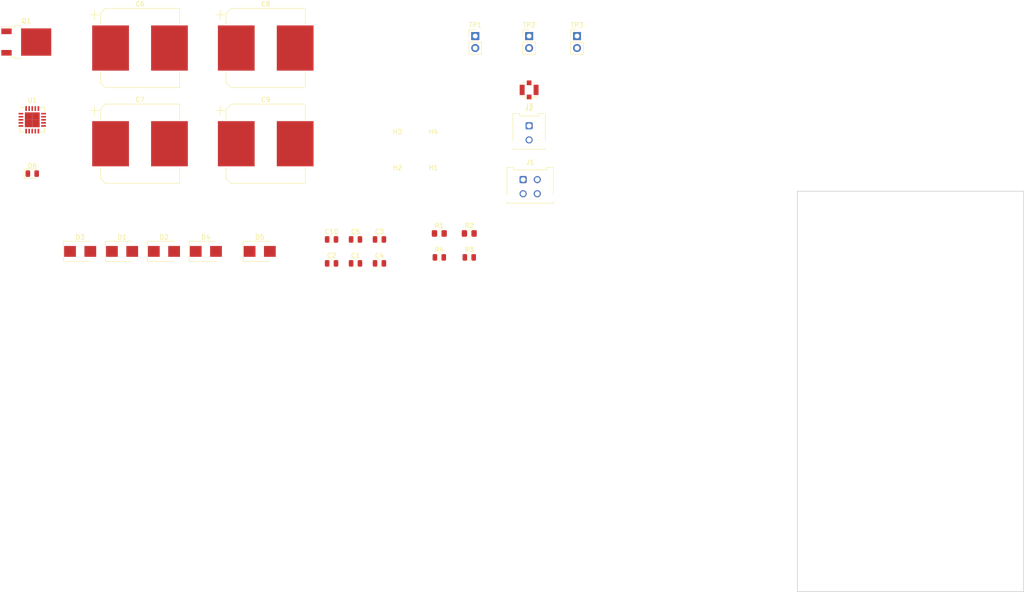
<source format=kicad_pcb>
(kicad_pcb (version 20171130) (host pcbnew "(5.0.1-3-g963ef8bb5)")

  (general
    (thickness 1.6)
    (drawings 4)
    (tracks 0)
    (zones 0)
    (modules 32)
    (nets 23)
  )

  (page A4)
  (layers
    (0 F.Cu signal)
    (31 B.Cu signal)
    (32 B.Adhes user)
    (33 F.Adhes user)
    (34 B.Paste user)
    (35 F.Paste user)
    (36 B.SilkS user)
    (37 F.SilkS user)
    (38 B.Mask user)
    (39 F.Mask user)
    (40 Dwgs.User user)
    (41 Cmts.User user)
    (42 Eco1.User user)
    (43 Eco2.User user)
    (44 Edge.Cuts user)
    (45 Margin user)
    (46 B.CrtYd user)
    (47 F.CrtYd user)
    (48 B.Fab user)
    (49 F.Fab user)
  )

  (setup
    (last_trace_width 0.25)
    (trace_clearance 0.2)
    (zone_clearance 0.508)
    (zone_45_only no)
    (trace_min 0.2)
    (segment_width 0.2)
    (edge_width 0.15)
    (via_size 0.8)
    (via_drill 0.4)
    (via_min_size 0.4)
    (via_min_drill 0.3)
    (uvia_size 0.3)
    (uvia_drill 0.1)
    (uvias_allowed no)
    (uvia_min_size 0.2)
    (uvia_min_drill 0.1)
    (pcb_text_width 0.3)
    (pcb_text_size 1.5 1.5)
    (mod_edge_width 0.15)
    (mod_text_size 1 1)
    (mod_text_width 0.15)
    (pad_size 1.524 1.524)
    (pad_drill 0.762)
    (pad_to_mask_clearance 0.051)
    (solder_mask_min_width 0.25)
    (aux_axis_origin 0 0)
    (visible_elements FFFFF77F)
    (pcbplotparams
      (layerselection 0x010fc_ffffffff)
      (usegerberextensions false)
      (usegerberattributes false)
      (usegerberadvancedattributes false)
      (creategerberjobfile false)
      (excludeedgelayer true)
      (linewidth 0.100000)
      (plotframeref false)
      (viasonmask false)
      (mode 1)
      (useauxorigin false)
      (hpglpennumber 1)
      (hpglpenspeed 20)
      (hpglpendiameter 15.000000)
      (psnegative false)
      (psa4output false)
      (plotreference true)
      (plotvalue true)
      (plotinvisibletext false)
      (padsonsilk false)
      (subtractmaskfromsilk false)
      (outputformat 1)
      (mirror false)
      (drillshape 1)
      (scaleselection 1)
      (outputdirectory ""))
  )

  (net 0 "")
  (net 1 "Net-(C1-Pad1)")
  (net 2 GND)
  (net 3 "Net-(C2-Pad1)")
  (net 4 "Net-(C4-Pad1)")
  (net 5 "Net-(C6-Pad1)")
  (net 6 "Net-(C10-Pad1)")
  (net 7 "Net-(D1-Pad2)")
  (net 8 "Net-(D3-Pad2)")
  (net 9 "Net-(D6-Pad2)")
  (net 10 "Net-(R1-Pad1)")
  (net 11 "Net-(U1-Pad2)")
  (net 12 "Net-(U1-Pad4)")
  (net 13 "Net-(U1-Pad5)")
  (net 14 "Net-(U1-Pad6)")
  (net 15 "Net-(U1-Pad8)")
  (net 16 "Net-(U1-Pad9)")
  (net 17 "Net-(U1-Pad10)")
  (net 18 "Net-(U1-Pad11)")
  (net 19 "Net-(U1-Pad12)")
  (net 20 "Net-(U1-Pad17)")
  (net 21 "Net-(U1-Pad18)")
  (net 22 "Net-(U1-Pad19)")

  (net_class Default "This is the default net class."
    (clearance 0.2)
    (trace_width 0.25)
    (via_dia 0.8)
    (via_drill 0.4)
    (uvia_dia 0.3)
    (uvia_drill 0.1)
    (add_net GND)
    (add_net "Net-(C1-Pad1)")
    (add_net "Net-(C10-Pad1)")
    (add_net "Net-(C2-Pad1)")
    (add_net "Net-(C4-Pad1)")
    (add_net "Net-(C6-Pad1)")
    (add_net "Net-(D1-Pad2)")
    (add_net "Net-(D3-Pad2)")
    (add_net "Net-(D6-Pad2)")
    (add_net "Net-(R1-Pad1)")
    (add_net "Net-(U1-Pad10)")
    (add_net "Net-(U1-Pad11)")
    (add_net "Net-(U1-Pad12)")
    (add_net "Net-(U1-Pad17)")
    (add_net "Net-(U1-Pad18)")
    (add_net "Net-(U1-Pad19)")
    (add_net "Net-(U1-Pad2)")
    (add_net "Net-(U1-Pad4)")
    (add_net "Net-(U1-Pad5)")
    (add_net "Net-(U1-Pad6)")
    (add_net "Net-(U1-Pad8)")
    (add_net "Net-(U1-Pad9)")
  )

  (module Capacitor_SMD:C_0805_2012Metric (layer F.Cu) (tedit 5B36C52B) (tstamp 5D2A842B)
    (at 95.25 67.31)
    (descr "Capacitor SMD 0805 (2012 Metric), square (rectangular) end terminal, IPC_7351 nominal, (Body size source: https://docs.google.com/spreadsheets/d/1BsfQQcO9C6DZCsRaXUlFlo91Tg2WpOkGARC1WS5S8t0/edit?usp=sharing), generated with kicad-footprint-generator")
    (tags capacitor)
    (path /5D22E3D0)
    (attr smd)
    (fp_text reference C1 (at 0 -1.65) (layer F.SilkS)
      (effects (font (size 1 1) (thickness 0.15)))
    )
    (fp_text value 10uF (at 0 1.65) (layer F.Fab)
      (effects (font (size 1 1) (thickness 0.15)))
    )
    (fp_line (start -1 0.6) (end -1 -0.6) (layer F.Fab) (width 0.1))
    (fp_line (start -1 -0.6) (end 1 -0.6) (layer F.Fab) (width 0.1))
    (fp_line (start 1 -0.6) (end 1 0.6) (layer F.Fab) (width 0.1))
    (fp_line (start 1 0.6) (end -1 0.6) (layer F.Fab) (width 0.1))
    (fp_line (start -0.258578 -0.71) (end 0.258578 -0.71) (layer F.SilkS) (width 0.12))
    (fp_line (start -0.258578 0.71) (end 0.258578 0.71) (layer F.SilkS) (width 0.12))
    (fp_line (start -1.68 0.95) (end -1.68 -0.95) (layer F.CrtYd) (width 0.05))
    (fp_line (start -1.68 -0.95) (end 1.68 -0.95) (layer F.CrtYd) (width 0.05))
    (fp_line (start 1.68 -0.95) (end 1.68 0.95) (layer F.CrtYd) (width 0.05))
    (fp_line (start 1.68 0.95) (end -1.68 0.95) (layer F.CrtYd) (width 0.05))
    (fp_text user %R (at 0 0) (layer F.Fab)
      (effects (font (size 0.5 0.5) (thickness 0.08)))
    )
    (pad 1 smd roundrect (at -0.9375 0) (size 0.975 1.4) (layers F.Cu F.Paste F.Mask) (roundrect_rratio 0.25)
      (net 1 "Net-(C1-Pad1)"))
    (pad 2 smd roundrect (at 0.9375 0) (size 0.975 1.4) (layers F.Cu F.Paste F.Mask) (roundrect_rratio 0.25)
      (net 2 GND))
    (model ${KISYS3DMOD}/Capacitor_SMD.3dshapes/C_0805_2012Metric.wrl
      (at (xyz 0 0 0))
      (scale (xyz 1 1 1))
      (rotate (xyz 0 0 0))
    )
  )

  (module Capacitor_SMD:C_0805_2012Metric (layer F.Cu) (tedit 5B36C52B) (tstamp 5D2A843C)
    (at 90.17 67.31)
    (descr "Capacitor SMD 0805 (2012 Metric), square (rectangular) end terminal, IPC_7351 nominal, (Body size source: https://docs.google.com/spreadsheets/d/1BsfQQcO9C6DZCsRaXUlFlo91Tg2WpOkGARC1WS5S8t0/edit?usp=sharing), generated with kicad-footprint-generator")
    (tags capacitor)
    (path /5D233CF9)
    (attr smd)
    (fp_text reference C2 (at 0 -1.65) (layer F.SilkS)
      (effects (font (size 1 1) (thickness 0.15)))
    )
    (fp_text value 10uF (at 0 1.65) (layer F.Fab)
      (effects (font (size 1 1) (thickness 0.15)))
    )
    (fp_line (start -1 0.6) (end -1 -0.6) (layer F.Fab) (width 0.1))
    (fp_line (start -1 -0.6) (end 1 -0.6) (layer F.Fab) (width 0.1))
    (fp_line (start 1 -0.6) (end 1 0.6) (layer F.Fab) (width 0.1))
    (fp_line (start 1 0.6) (end -1 0.6) (layer F.Fab) (width 0.1))
    (fp_line (start -0.258578 -0.71) (end 0.258578 -0.71) (layer F.SilkS) (width 0.12))
    (fp_line (start -0.258578 0.71) (end 0.258578 0.71) (layer F.SilkS) (width 0.12))
    (fp_line (start -1.68 0.95) (end -1.68 -0.95) (layer F.CrtYd) (width 0.05))
    (fp_line (start -1.68 -0.95) (end 1.68 -0.95) (layer F.CrtYd) (width 0.05))
    (fp_line (start 1.68 -0.95) (end 1.68 0.95) (layer F.CrtYd) (width 0.05))
    (fp_line (start 1.68 0.95) (end -1.68 0.95) (layer F.CrtYd) (width 0.05))
    (fp_text user %R (at 0 0) (layer F.Fab)
      (effects (font (size 0.5 0.5) (thickness 0.08)))
    )
    (pad 1 smd roundrect (at -0.9375 0) (size 0.975 1.4) (layers F.Cu F.Paste F.Mask) (roundrect_rratio 0.25)
      (net 3 "Net-(C2-Pad1)"))
    (pad 2 smd roundrect (at 0.9375 0) (size 0.975 1.4) (layers F.Cu F.Paste F.Mask) (roundrect_rratio 0.25)
      (net 2 GND))
    (model ${KISYS3DMOD}/Capacitor_SMD.3dshapes/C_0805_2012Metric.wrl
      (at (xyz 0 0 0))
      (scale (xyz 1 1 1))
      (rotate (xyz 0 0 0))
    )
  )

  (module Capacitor_SMD:C_0805_2012Metric (layer F.Cu) (tedit 5B36C52B) (tstamp 5D2A844D)
    (at 100.33 62.23)
    (descr "Capacitor SMD 0805 (2012 Metric), square (rectangular) end terminal, IPC_7351 nominal, (Body size source: https://docs.google.com/spreadsheets/d/1BsfQQcO9C6DZCsRaXUlFlo91Tg2WpOkGARC1WS5S8t0/edit?usp=sharing), generated with kicad-footprint-generator")
    (tags capacitor)
    (path /5D233ECE)
    (attr smd)
    (fp_text reference C3 (at 0 -1.65) (layer F.SilkS)
      (effects (font (size 1 1) (thickness 0.15)))
    )
    (fp_text value 1uF (at 0 1.65) (layer F.Fab)
      (effects (font (size 1 1) (thickness 0.15)))
    )
    (fp_text user %R (at 0 0) (layer F.Fab)
      (effects (font (size 0.5 0.5) (thickness 0.08)))
    )
    (fp_line (start 1.68 0.95) (end -1.68 0.95) (layer F.CrtYd) (width 0.05))
    (fp_line (start 1.68 -0.95) (end 1.68 0.95) (layer F.CrtYd) (width 0.05))
    (fp_line (start -1.68 -0.95) (end 1.68 -0.95) (layer F.CrtYd) (width 0.05))
    (fp_line (start -1.68 0.95) (end -1.68 -0.95) (layer F.CrtYd) (width 0.05))
    (fp_line (start -0.258578 0.71) (end 0.258578 0.71) (layer F.SilkS) (width 0.12))
    (fp_line (start -0.258578 -0.71) (end 0.258578 -0.71) (layer F.SilkS) (width 0.12))
    (fp_line (start 1 0.6) (end -1 0.6) (layer F.Fab) (width 0.1))
    (fp_line (start 1 -0.6) (end 1 0.6) (layer F.Fab) (width 0.1))
    (fp_line (start -1 -0.6) (end 1 -0.6) (layer F.Fab) (width 0.1))
    (fp_line (start -1 0.6) (end -1 -0.6) (layer F.Fab) (width 0.1))
    (pad 2 smd roundrect (at 0.9375 0) (size 0.975 1.4) (layers F.Cu F.Paste F.Mask) (roundrect_rratio 0.25)
      (net 2 GND))
    (pad 1 smd roundrect (at -0.9375 0) (size 0.975 1.4) (layers F.Cu F.Paste F.Mask) (roundrect_rratio 0.25)
      (net 3 "Net-(C2-Pad1)"))
    (model ${KISYS3DMOD}/Capacitor_SMD.3dshapes/C_0805_2012Metric.wrl
      (at (xyz 0 0 0))
      (scale (xyz 1 1 1))
      (rotate (xyz 0 0 0))
    )
  )

  (module Capacitor_SMD:C_0805_2012Metric (layer F.Cu) (tedit 5B36C52B) (tstamp 5D2A845E)
    (at 100.33 67.31)
    (descr "Capacitor SMD 0805 (2012 Metric), square (rectangular) end terminal, IPC_7351 nominal, (Body size source: https://docs.google.com/spreadsheets/d/1BsfQQcO9C6DZCsRaXUlFlo91Tg2WpOkGARC1WS5S8t0/edit?usp=sharing), generated with kicad-footprint-generator")
    (tags capacitor)
    (path /5D234718)
    (attr smd)
    (fp_text reference C4 (at 0 -1.65) (layer F.SilkS)
      (effects (font (size 1 1) (thickness 0.15)))
    )
    (fp_text value 10uF (at 0 1.65) (layer F.Fab)
      (effects (font (size 1 1) (thickness 0.15)))
    )
    (fp_line (start -1 0.6) (end -1 -0.6) (layer F.Fab) (width 0.1))
    (fp_line (start -1 -0.6) (end 1 -0.6) (layer F.Fab) (width 0.1))
    (fp_line (start 1 -0.6) (end 1 0.6) (layer F.Fab) (width 0.1))
    (fp_line (start 1 0.6) (end -1 0.6) (layer F.Fab) (width 0.1))
    (fp_line (start -0.258578 -0.71) (end 0.258578 -0.71) (layer F.SilkS) (width 0.12))
    (fp_line (start -0.258578 0.71) (end 0.258578 0.71) (layer F.SilkS) (width 0.12))
    (fp_line (start -1.68 0.95) (end -1.68 -0.95) (layer F.CrtYd) (width 0.05))
    (fp_line (start -1.68 -0.95) (end 1.68 -0.95) (layer F.CrtYd) (width 0.05))
    (fp_line (start 1.68 -0.95) (end 1.68 0.95) (layer F.CrtYd) (width 0.05))
    (fp_line (start 1.68 0.95) (end -1.68 0.95) (layer F.CrtYd) (width 0.05))
    (fp_text user %R (at 0 0) (layer F.Fab)
      (effects (font (size 0.5 0.5) (thickness 0.08)))
    )
    (pad 1 smd roundrect (at -0.9375 0) (size 0.975 1.4) (layers F.Cu F.Paste F.Mask) (roundrect_rratio 0.25)
      (net 4 "Net-(C4-Pad1)"))
    (pad 2 smd roundrect (at 0.9375 0) (size 0.975 1.4) (layers F.Cu F.Paste F.Mask) (roundrect_rratio 0.25)
      (net 2 GND))
    (model ${KISYS3DMOD}/Capacitor_SMD.3dshapes/C_0805_2012Metric.wrl
      (at (xyz 0 0 0))
      (scale (xyz 1 1 1))
      (rotate (xyz 0 0 0))
    )
  )

  (module Capacitor_SMD:C_0805_2012Metric (layer F.Cu) (tedit 5B36C52B) (tstamp 5D2A846F)
    (at 95.25 62.23)
    (descr "Capacitor SMD 0805 (2012 Metric), square (rectangular) end terminal, IPC_7351 nominal, (Body size source: https://docs.google.com/spreadsheets/d/1BsfQQcO9C6DZCsRaXUlFlo91Tg2WpOkGARC1WS5S8t0/edit?usp=sharing), generated with kicad-footprint-generator")
    (tags capacitor)
    (path /5D234D73)
    (attr smd)
    (fp_text reference C5 (at 0 -1.65) (layer F.SilkS)
      (effects (font (size 1 1) (thickness 0.15)))
    )
    (fp_text value 1uF (at 0 1.65) (layer F.Fab)
      (effects (font (size 1 1) (thickness 0.15)))
    )
    (fp_text user %R (at 0 0) (layer F.Fab)
      (effects (font (size 0.5 0.5) (thickness 0.08)))
    )
    (fp_line (start 1.68 0.95) (end -1.68 0.95) (layer F.CrtYd) (width 0.05))
    (fp_line (start 1.68 -0.95) (end 1.68 0.95) (layer F.CrtYd) (width 0.05))
    (fp_line (start -1.68 -0.95) (end 1.68 -0.95) (layer F.CrtYd) (width 0.05))
    (fp_line (start -1.68 0.95) (end -1.68 -0.95) (layer F.CrtYd) (width 0.05))
    (fp_line (start -0.258578 0.71) (end 0.258578 0.71) (layer F.SilkS) (width 0.12))
    (fp_line (start -0.258578 -0.71) (end 0.258578 -0.71) (layer F.SilkS) (width 0.12))
    (fp_line (start 1 0.6) (end -1 0.6) (layer F.Fab) (width 0.1))
    (fp_line (start 1 -0.6) (end 1 0.6) (layer F.Fab) (width 0.1))
    (fp_line (start -1 -0.6) (end 1 -0.6) (layer F.Fab) (width 0.1))
    (fp_line (start -1 0.6) (end -1 -0.6) (layer F.Fab) (width 0.1))
    (pad 2 smd roundrect (at 0.9375 0) (size 0.975 1.4) (layers F.Cu F.Paste F.Mask) (roundrect_rratio 0.25)
      (net 2 GND))
    (pad 1 smd roundrect (at -0.9375 0) (size 0.975 1.4) (layers F.Cu F.Paste F.Mask) (roundrect_rratio 0.25)
      (net 4 "Net-(C4-Pad1)"))
    (model ${KISYS3DMOD}/Capacitor_SMD.3dshapes/C_0805_2012Metric.wrl
      (at (xyz 0 0 0))
      (scale (xyz 1 1 1))
      (rotate (xyz 0 0 0))
    )
  )

  (module Capacitor_SMD:CP_Elec_16x17.5 (layer F.Cu) (tedit 5A841F9D) (tstamp 5D2A8497)
    (at 49.53 21.59)
    (descr "SMT capacitor, aluminium electrolytic, 16x17.5, Vishay 1616 http://www.vishay.com/docs/28395/150crz.pdf")
    (tags "Capacitor Electrolytic")
    (path /5D23DBA6)
    (attr smd)
    (fp_text reference C6 (at 0 -9.35) (layer F.SilkS)
      (effects (font (size 1 1) (thickness 0.15)))
    )
    (fp_text value 1000uF (at 0 9.35) (layer F.Fab)
      (effects (font (size 1 1) (thickness 0.15)))
    )
    (fp_circle (center 0 0) (end 8 0) (layer F.Fab) (width 0.1))
    (fp_line (start 8.3 -8.3) (end 8.3 8.3) (layer F.Fab) (width 0.1))
    (fp_line (start -7.3 -8.3) (end 8.3 -8.3) (layer F.Fab) (width 0.1))
    (fp_line (start -7.3 8.3) (end 8.3 8.3) (layer F.Fab) (width 0.1))
    (fp_line (start -8.3 -7.3) (end -8.3 7.3) (layer F.Fab) (width 0.1))
    (fp_line (start -8.3 -7.3) (end -7.3 -8.3) (layer F.Fab) (width 0.1))
    (fp_line (start -8.3 7.3) (end -7.3 8.3) (layer F.Fab) (width 0.1))
    (fp_line (start -7.517142 -2.3) (end -5.917142 -2.3) (layer F.Fab) (width 0.1))
    (fp_line (start -6.717142 -3.1) (end -6.717142 -1.5) (layer F.Fab) (width 0.1))
    (fp_line (start 8.41 8.41) (end 8.41 5.06) (layer F.SilkS) (width 0.12))
    (fp_line (start 8.41 -8.41) (end 8.41 -5.06) (layer F.SilkS) (width 0.12))
    (fp_line (start -7.345563 -8.41) (end 8.41 -8.41) (layer F.SilkS) (width 0.12))
    (fp_line (start -7.345563 8.41) (end 8.41 8.41) (layer F.SilkS) (width 0.12))
    (fp_line (start -8.41 7.345563) (end -8.41 5.06) (layer F.SilkS) (width 0.12))
    (fp_line (start -8.41 -7.345563) (end -8.41 -5.06) (layer F.SilkS) (width 0.12))
    (fp_line (start -8.41 -7.345563) (end -7.345563 -8.41) (layer F.SilkS) (width 0.12))
    (fp_line (start -8.41 7.345563) (end -7.345563 8.41) (layer F.SilkS) (width 0.12))
    (fp_line (start -10.65 -7.06) (end -8.65 -7.06) (layer F.SilkS) (width 0.12))
    (fp_line (start -9.65 -8.06) (end -9.65 -6.06) (layer F.SilkS) (width 0.12))
    (fp_line (start 8.55 -8.55) (end 8.55 -5.05) (layer F.CrtYd) (width 0.05))
    (fp_line (start 8.55 -5.05) (end 10.4 -5.05) (layer F.CrtYd) (width 0.05))
    (fp_line (start 10.4 -5.05) (end 10.4 5.05) (layer F.CrtYd) (width 0.05))
    (fp_line (start 10.4 5.05) (end 8.55 5.05) (layer F.CrtYd) (width 0.05))
    (fp_line (start 8.55 5.05) (end 8.55 8.55) (layer F.CrtYd) (width 0.05))
    (fp_line (start -7.4 8.55) (end 8.55 8.55) (layer F.CrtYd) (width 0.05))
    (fp_line (start -7.4 -8.55) (end 8.55 -8.55) (layer F.CrtYd) (width 0.05))
    (fp_line (start -8.55 7.4) (end -7.4 8.55) (layer F.CrtYd) (width 0.05))
    (fp_line (start -8.55 -7.4) (end -7.4 -8.55) (layer F.CrtYd) (width 0.05))
    (fp_line (start -8.55 -7.4) (end -8.55 -5.05) (layer F.CrtYd) (width 0.05))
    (fp_line (start -8.55 5.05) (end -8.55 7.4) (layer F.CrtYd) (width 0.05))
    (fp_line (start -8.55 -5.05) (end -10.4 -5.05) (layer F.CrtYd) (width 0.05))
    (fp_line (start -10.4 -5.05) (end -10.4 5.05) (layer F.CrtYd) (width 0.05))
    (fp_line (start -10.4 5.05) (end -8.55 5.05) (layer F.CrtYd) (width 0.05))
    (fp_text user %R (at 0 0) (layer F.Fab)
      (effects (font (size 1 1) (thickness 0.15)))
    )
    (pad 1 smd rect (at -6.25 0) (size 7.8 9.6) (layers F.Cu F.Paste F.Mask)
      (net 5 "Net-(C6-Pad1)"))
    (pad 2 smd rect (at 6.25 0) (size 7.8 9.6) (layers F.Cu F.Paste F.Mask)
      (net 2 GND))
    (model ${KISYS3DMOD}/Capacitor_SMD.3dshapes/CP_Elec_16x17.5.wrl
      (at (xyz 0 0 0))
      (scale (xyz 1 1 1))
      (rotate (xyz 0 0 0))
    )
  )

  (module Capacitor_SMD:CP_Elec_16x17.5 (layer F.Cu) (tedit 5A841F9D) (tstamp 5D2A84BF)
    (at 49.53 41.91)
    (descr "SMT capacitor, aluminium electrolytic, 16x17.5, Vishay 1616 http://www.vishay.com/docs/28395/150crz.pdf")
    (tags "Capacitor Electrolytic")
    (path /5D23DAE5)
    (attr smd)
    (fp_text reference C7 (at 0 -9.35) (layer F.SilkS)
      (effects (font (size 1 1) (thickness 0.15)))
    )
    (fp_text value 1000uF (at 0 9.35) (layer F.Fab)
      (effects (font (size 1 1) (thickness 0.15)))
    )
    (fp_text user %R (at 0 0) (layer F.Fab)
      (effects (font (size 1 1) (thickness 0.15)))
    )
    (fp_line (start -10.4 5.05) (end -8.55 5.05) (layer F.CrtYd) (width 0.05))
    (fp_line (start -10.4 -5.05) (end -10.4 5.05) (layer F.CrtYd) (width 0.05))
    (fp_line (start -8.55 -5.05) (end -10.4 -5.05) (layer F.CrtYd) (width 0.05))
    (fp_line (start -8.55 5.05) (end -8.55 7.4) (layer F.CrtYd) (width 0.05))
    (fp_line (start -8.55 -7.4) (end -8.55 -5.05) (layer F.CrtYd) (width 0.05))
    (fp_line (start -8.55 -7.4) (end -7.4 -8.55) (layer F.CrtYd) (width 0.05))
    (fp_line (start -8.55 7.4) (end -7.4 8.55) (layer F.CrtYd) (width 0.05))
    (fp_line (start -7.4 -8.55) (end 8.55 -8.55) (layer F.CrtYd) (width 0.05))
    (fp_line (start -7.4 8.55) (end 8.55 8.55) (layer F.CrtYd) (width 0.05))
    (fp_line (start 8.55 5.05) (end 8.55 8.55) (layer F.CrtYd) (width 0.05))
    (fp_line (start 10.4 5.05) (end 8.55 5.05) (layer F.CrtYd) (width 0.05))
    (fp_line (start 10.4 -5.05) (end 10.4 5.05) (layer F.CrtYd) (width 0.05))
    (fp_line (start 8.55 -5.05) (end 10.4 -5.05) (layer F.CrtYd) (width 0.05))
    (fp_line (start 8.55 -8.55) (end 8.55 -5.05) (layer F.CrtYd) (width 0.05))
    (fp_line (start -9.65 -8.06) (end -9.65 -6.06) (layer F.SilkS) (width 0.12))
    (fp_line (start -10.65 -7.06) (end -8.65 -7.06) (layer F.SilkS) (width 0.12))
    (fp_line (start -8.41 7.345563) (end -7.345563 8.41) (layer F.SilkS) (width 0.12))
    (fp_line (start -8.41 -7.345563) (end -7.345563 -8.41) (layer F.SilkS) (width 0.12))
    (fp_line (start -8.41 -7.345563) (end -8.41 -5.06) (layer F.SilkS) (width 0.12))
    (fp_line (start -8.41 7.345563) (end -8.41 5.06) (layer F.SilkS) (width 0.12))
    (fp_line (start -7.345563 8.41) (end 8.41 8.41) (layer F.SilkS) (width 0.12))
    (fp_line (start -7.345563 -8.41) (end 8.41 -8.41) (layer F.SilkS) (width 0.12))
    (fp_line (start 8.41 -8.41) (end 8.41 -5.06) (layer F.SilkS) (width 0.12))
    (fp_line (start 8.41 8.41) (end 8.41 5.06) (layer F.SilkS) (width 0.12))
    (fp_line (start -6.717142 -3.1) (end -6.717142 -1.5) (layer F.Fab) (width 0.1))
    (fp_line (start -7.517142 -2.3) (end -5.917142 -2.3) (layer F.Fab) (width 0.1))
    (fp_line (start -8.3 7.3) (end -7.3 8.3) (layer F.Fab) (width 0.1))
    (fp_line (start -8.3 -7.3) (end -7.3 -8.3) (layer F.Fab) (width 0.1))
    (fp_line (start -8.3 -7.3) (end -8.3 7.3) (layer F.Fab) (width 0.1))
    (fp_line (start -7.3 8.3) (end 8.3 8.3) (layer F.Fab) (width 0.1))
    (fp_line (start -7.3 -8.3) (end 8.3 -8.3) (layer F.Fab) (width 0.1))
    (fp_line (start 8.3 -8.3) (end 8.3 8.3) (layer F.Fab) (width 0.1))
    (fp_circle (center 0 0) (end 8 0) (layer F.Fab) (width 0.1))
    (pad 2 smd rect (at 6.25 0) (size 7.8 9.6) (layers F.Cu F.Paste F.Mask)
      (net 2 GND))
    (pad 1 smd rect (at -6.25 0) (size 7.8 9.6) (layers F.Cu F.Paste F.Mask)
      (net 5 "Net-(C6-Pad1)"))
    (model ${KISYS3DMOD}/Capacitor_SMD.3dshapes/CP_Elec_16x17.5.wrl
      (at (xyz 0 0 0))
      (scale (xyz 1 1 1))
      (rotate (xyz 0 0 0))
    )
  )

  (module Capacitor_SMD:CP_Elec_16x17.5 (layer F.Cu) (tedit 5A841F9D) (tstamp 5D2A84E7)
    (at 76.2 21.59)
    (descr "SMT capacitor, aluminium electrolytic, 16x17.5, Vishay 1616 http://www.vishay.com/docs/28395/150crz.pdf")
    (tags "Capacitor Electrolytic")
    (path /5D23DA14)
    (attr smd)
    (fp_text reference C8 (at 0 -9.35) (layer F.SilkS)
      (effects (font (size 1 1) (thickness 0.15)))
    )
    (fp_text value 1000uF (at 0 9.35) (layer F.Fab)
      (effects (font (size 1 1) (thickness 0.15)))
    )
    (fp_circle (center 0 0) (end 8 0) (layer F.Fab) (width 0.1))
    (fp_line (start 8.3 -8.3) (end 8.3 8.3) (layer F.Fab) (width 0.1))
    (fp_line (start -7.3 -8.3) (end 8.3 -8.3) (layer F.Fab) (width 0.1))
    (fp_line (start -7.3 8.3) (end 8.3 8.3) (layer F.Fab) (width 0.1))
    (fp_line (start -8.3 -7.3) (end -8.3 7.3) (layer F.Fab) (width 0.1))
    (fp_line (start -8.3 -7.3) (end -7.3 -8.3) (layer F.Fab) (width 0.1))
    (fp_line (start -8.3 7.3) (end -7.3 8.3) (layer F.Fab) (width 0.1))
    (fp_line (start -7.517142 -2.3) (end -5.917142 -2.3) (layer F.Fab) (width 0.1))
    (fp_line (start -6.717142 -3.1) (end -6.717142 -1.5) (layer F.Fab) (width 0.1))
    (fp_line (start 8.41 8.41) (end 8.41 5.06) (layer F.SilkS) (width 0.12))
    (fp_line (start 8.41 -8.41) (end 8.41 -5.06) (layer F.SilkS) (width 0.12))
    (fp_line (start -7.345563 -8.41) (end 8.41 -8.41) (layer F.SilkS) (width 0.12))
    (fp_line (start -7.345563 8.41) (end 8.41 8.41) (layer F.SilkS) (width 0.12))
    (fp_line (start -8.41 7.345563) (end -8.41 5.06) (layer F.SilkS) (width 0.12))
    (fp_line (start -8.41 -7.345563) (end -8.41 -5.06) (layer F.SilkS) (width 0.12))
    (fp_line (start -8.41 -7.345563) (end -7.345563 -8.41) (layer F.SilkS) (width 0.12))
    (fp_line (start -8.41 7.345563) (end -7.345563 8.41) (layer F.SilkS) (width 0.12))
    (fp_line (start -10.65 -7.06) (end -8.65 -7.06) (layer F.SilkS) (width 0.12))
    (fp_line (start -9.65 -8.06) (end -9.65 -6.06) (layer F.SilkS) (width 0.12))
    (fp_line (start 8.55 -8.55) (end 8.55 -5.05) (layer F.CrtYd) (width 0.05))
    (fp_line (start 8.55 -5.05) (end 10.4 -5.05) (layer F.CrtYd) (width 0.05))
    (fp_line (start 10.4 -5.05) (end 10.4 5.05) (layer F.CrtYd) (width 0.05))
    (fp_line (start 10.4 5.05) (end 8.55 5.05) (layer F.CrtYd) (width 0.05))
    (fp_line (start 8.55 5.05) (end 8.55 8.55) (layer F.CrtYd) (width 0.05))
    (fp_line (start -7.4 8.55) (end 8.55 8.55) (layer F.CrtYd) (width 0.05))
    (fp_line (start -7.4 -8.55) (end 8.55 -8.55) (layer F.CrtYd) (width 0.05))
    (fp_line (start -8.55 7.4) (end -7.4 8.55) (layer F.CrtYd) (width 0.05))
    (fp_line (start -8.55 -7.4) (end -7.4 -8.55) (layer F.CrtYd) (width 0.05))
    (fp_line (start -8.55 -7.4) (end -8.55 -5.05) (layer F.CrtYd) (width 0.05))
    (fp_line (start -8.55 5.05) (end -8.55 7.4) (layer F.CrtYd) (width 0.05))
    (fp_line (start -8.55 -5.05) (end -10.4 -5.05) (layer F.CrtYd) (width 0.05))
    (fp_line (start -10.4 -5.05) (end -10.4 5.05) (layer F.CrtYd) (width 0.05))
    (fp_line (start -10.4 5.05) (end -8.55 5.05) (layer F.CrtYd) (width 0.05))
    (fp_text user %R (at 0 0) (layer F.Fab)
      (effects (font (size 1 1) (thickness 0.15)))
    )
    (pad 1 smd rect (at -6.25 0) (size 7.8 9.6) (layers F.Cu F.Paste F.Mask)
      (net 5 "Net-(C6-Pad1)"))
    (pad 2 smd rect (at 6.25 0) (size 7.8 9.6) (layers F.Cu F.Paste F.Mask)
      (net 2 GND))
    (model ${KISYS3DMOD}/Capacitor_SMD.3dshapes/CP_Elec_16x17.5.wrl
      (at (xyz 0 0 0))
      (scale (xyz 1 1 1))
      (rotate (xyz 0 0 0))
    )
  )

  (module Capacitor_SMD:CP_Elec_16x17.5 (layer F.Cu) (tedit 5A841F9D) (tstamp 5D2A850F)
    (at 76.2 41.91)
    (descr "SMT capacitor, aluminium electrolytic, 16x17.5, Vishay 1616 http://www.vishay.com/docs/28395/150crz.pdf")
    (tags "Capacitor Electrolytic")
    (path /5D20709C)
    (attr smd)
    (fp_text reference C9 (at 0 -9.35) (layer F.SilkS)
      (effects (font (size 1 1) (thickness 0.15)))
    )
    (fp_text value 1000uF (at 0 9.35) (layer F.Fab)
      (effects (font (size 1 1) (thickness 0.15)))
    )
    (fp_text user %R (at 0 0) (layer F.Fab)
      (effects (font (size 1 1) (thickness 0.15)))
    )
    (fp_line (start -10.4 5.05) (end -8.55 5.05) (layer F.CrtYd) (width 0.05))
    (fp_line (start -10.4 -5.05) (end -10.4 5.05) (layer F.CrtYd) (width 0.05))
    (fp_line (start -8.55 -5.05) (end -10.4 -5.05) (layer F.CrtYd) (width 0.05))
    (fp_line (start -8.55 5.05) (end -8.55 7.4) (layer F.CrtYd) (width 0.05))
    (fp_line (start -8.55 -7.4) (end -8.55 -5.05) (layer F.CrtYd) (width 0.05))
    (fp_line (start -8.55 -7.4) (end -7.4 -8.55) (layer F.CrtYd) (width 0.05))
    (fp_line (start -8.55 7.4) (end -7.4 8.55) (layer F.CrtYd) (width 0.05))
    (fp_line (start -7.4 -8.55) (end 8.55 -8.55) (layer F.CrtYd) (width 0.05))
    (fp_line (start -7.4 8.55) (end 8.55 8.55) (layer F.CrtYd) (width 0.05))
    (fp_line (start 8.55 5.05) (end 8.55 8.55) (layer F.CrtYd) (width 0.05))
    (fp_line (start 10.4 5.05) (end 8.55 5.05) (layer F.CrtYd) (width 0.05))
    (fp_line (start 10.4 -5.05) (end 10.4 5.05) (layer F.CrtYd) (width 0.05))
    (fp_line (start 8.55 -5.05) (end 10.4 -5.05) (layer F.CrtYd) (width 0.05))
    (fp_line (start 8.55 -8.55) (end 8.55 -5.05) (layer F.CrtYd) (width 0.05))
    (fp_line (start -9.65 -8.06) (end -9.65 -6.06) (layer F.SilkS) (width 0.12))
    (fp_line (start -10.65 -7.06) (end -8.65 -7.06) (layer F.SilkS) (width 0.12))
    (fp_line (start -8.41 7.345563) (end -7.345563 8.41) (layer F.SilkS) (width 0.12))
    (fp_line (start -8.41 -7.345563) (end -7.345563 -8.41) (layer F.SilkS) (width 0.12))
    (fp_line (start -8.41 -7.345563) (end -8.41 -5.06) (layer F.SilkS) (width 0.12))
    (fp_line (start -8.41 7.345563) (end -8.41 5.06) (layer F.SilkS) (width 0.12))
    (fp_line (start -7.345563 8.41) (end 8.41 8.41) (layer F.SilkS) (width 0.12))
    (fp_line (start -7.345563 -8.41) (end 8.41 -8.41) (layer F.SilkS) (width 0.12))
    (fp_line (start 8.41 -8.41) (end 8.41 -5.06) (layer F.SilkS) (width 0.12))
    (fp_line (start 8.41 8.41) (end 8.41 5.06) (layer F.SilkS) (width 0.12))
    (fp_line (start -6.717142 -3.1) (end -6.717142 -1.5) (layer F.Fab) (width 0.1))
    (fp_line (start -7.517142 -2.3) (end -5.917142 -2.3) (layer F.Fab) (width 0.1))
    (fp_line (start -8.3 7.3) (end -7.3 8.3) (layer F.Fab) (width 0.1))
    (fp_line (start -8.3 -7.3) (end -7.3 -8.3) (layer F.Fab) (width 0.1))
    (fp_line (start -8.3 -7.3) (end -8.3 7.3) (layer F.Fab) (width 0.1))
    (fp_line (start -7.3 8.3) (end 8.3 8.3) (layer F.Fab) (width 0.1))
    (fp_line (start -7.3 -8.3) (end 8.3 -8.3) (layer F.Fab) (width 0.1))
    (fp_line (start 8.3 -8.3) (end 8.3 8.3) (layer F.Fab) (width 0.1))
    (fp_circle (center 0 0) (end 8 0) (layer F.Fab) (width 0.1))
    (pad 2 smd rect (at 6.25 0) (size 7.8 9.6) (layers F.Cu F.Paste F.Mask)
      (net 2 GND))
    (pad 1 smd rect (at -6.25 0) (size 7.8 9.6) (layers F.Cu F.Paste F.Mask)
      (net 5 "Net-(C6-Pad1)"))
    (model ${KISYS3DMOD}/Capacitor_SMD.3dshapes/CP_Elec_16x17.5.wrl
      (at (xyz 0 0 0))
      (scale (xyz 1 1 1))
      (rotate (xyz 0 0 0))
    )
  )

  (module Capacitor_SMD:C_0805_2012Metric (layer F.Cu) (tedit 5B36C52B) (tstamp 5D2A8520)
    (at 90.17 62.23)
    (descr "Capacitor SMD 0805 (2012 Metric), square (rectangular) end terminal, IPC_7351 nominal, (Body size source: https://docs.google.com/spreadsheets/d/1BsfQQcO9C6DZCsRaXUlFlo91Tg2WpOkGARC1WS5S8t0/edit?usp=sharing), generated with kicad-footprint-generator")
    (tags capacitor)
    (path /5D24D553)
    (attr smd)
    (fp_text reference C10 (at 0 -1.65) (layer F.SilkS)
      (effects (font (size 1 1) (thickness 0.15)))
    )
    (fp_text value 1uF (at 0 1.65) (layer F.Fab)
      (effects (font (size 1 1) (thickness 0.15)))
    )
    (fp_text user %R (at 0 0) (layer F.Fab)
      (effects (font (size 0.5 0.5) (thickness 0.08)))
    )
    (fp_line (start 1.68 0.95) (end -1.68 0.95) (layer F.CrtYd) (width 0.05))
    (fp_line (start 1.68 -0.95) (end 1.68 0.95) (layer F.CrtYd) (width 0.05))
    (fp_line (start -1.68 -0.95) (end 1.68 -0.95) (layer F.CrtYd) (width 0.05))
    (fp_line (start -1.68 0.95) (end -1.68 -0.95) (layer F.CrtYd) (width 0.05))
    (fp_line (start -0.258578 0.71) (end 0.258578 0.71) (layer F.SilkS) (width 0.12))
    (fp_line (start -0.258578 -0.71) (end 0.258578 -0.71) (layer F.SilkS) (width 0.12))
    (fp_line (start 1 0.6) (end -1 0.6) (layer F.Fab) (width 0.1))
    (fp_line (start 1 -0.6) (end 1 0.6) (layer F.Fab) (width 0.1))
    (fp_line (start -1 -0.6) (end 1 -0.6) (layer F.Fab) (width 0.1))
    (fp_line (start -1 0.6) (end -1 -0.6) (layer F.Fab) (width 0.1))
    (pad 2 smd roundrect (at 0.9375 0) (size 0.975 1.4) (layers F.Cu F.Paste F.Mask) (roundrect_rratio 0.25)
      (net 2 GND))
    (pad 1 smd roundrect (at -0.9375 0) (size 0.975 1.4) (layers F.Cu F.Paste F.Mask) (roundrect_rratio 0.25)
      (net 6 "Net-(C10-Pad1)"))
    (model ${KISYS3DMOD}/Capacitor_SMD.3dshapes/C_0805_2012Metric.wrl
      (at (xyz 0 0 0))
      (scale (xyz 1 1 1))
      (rotate (xyz 0 0 0))
    )
  )

  (module Diode_SMD:D_SMB (layer F.Cu) (tedit 58645DF3) (tstamp 5D2A8538)
    (at 45.72 64.77)
    (descr "Diode SMB (DO-214AA)")
    (tags "Diode SMB (DO-214AA)")
    (path /5D206F48)
    (attr smd)
    (fp_text reference D1 (at 0 -3) (layer F.SilkS)
      (effects (font (size 1 1) (thickness 0.15)))
    )
    (fp_text value MURS120 (at 0 3.1) (layer F.Fab)
      (effects (font (size 1 1) (thickness 0.15)))
    )
    (fp_text user %R (at 0 -3) (layer F.Fab)
      (effects (font (size 1 1) (thickness 0.15)))
    )
    (fp_line (start -3.55 -2.15) (end -3.55 2.15) (layer F.SilkS) (width 0.12))
    (fp_line (start 2.3 2) (end -2.3 2) (layer F.Fab) (width 0.1))
    (fp_line (start -2.3 2) (end -2.3 -2) (layer F.Fab) (width 0.1))
    (fp_line (start 2.3 -2) (end 2.3 2) (layer F.Fab) (width 0.1))
    (fp_line (start 2.3 -2) (end -2.3 -2) (layer F.Fab) (width 0.1))
    (fp_line (start -3.65 -2.25) (end 3.65 -2.25) (layer F.CrtYd) (width 0.05))
    (fp_line (start 3.65 -2.25) (end 3.65 2.25) (layer F.CrtYd) (width 0.05))
    (fp_line (start 3.65 2.25) (end -3.65 2.25) (layer F.CrtYd) (width 0.05))
    (fp_line (start -3.65 2.25) (end -3.65 -2.25) (layer F.CrtYd) (width 0.05))
    (fp_line (start -0.64944 0.00102) (end -1.55114 0.00102) (layer F.Fab) (width 0.1))
    (fp_line (start 0.50118 0.00102) (end 1.4994 0.00102) (layer F.Fab) (width 0.1))
    (fp_line (start -0.64944 -0.79908) (end -0.64944 0.80112) (layer F.Fab) (width 0.1))
    (fp_line (start 0.50118 0.75032) (end 0.50118 -0.79908) (layer F.Fab) (width 0.1))
    (fp_line (start -0.64944 0.00102) (end 0.50118 0.75032) (layer F.Fab) (width 0.1))
    (fp_line (start -0.64944 0.00102) (end 0.50118 -0.79908) (layer F.Fab) (width 0.1))
    (fp_line (start -3.55 2.15) (end 2.15 2.15) (layer F.SilkS) (width 0.12))
    (fp_line (start -3.55 -2.15) (end 2.15 -2.15) (layer F.SilkS) (width 0.12))
    (pad 1 smd rect (at -2.15 0) (size 2.5 2.3) (layers F.Cu F.Paste F.Mask)
      (net 5 "Net-(C6-Pad1)"))
    (pad 2 smd rect (at 2.15 0) (size 2.5 2.3) (layers F.Cu F.Paste F.Mask)
      (net 7 "Net-(D1-Pad2)"))
    (model ${KISYS3DMOD}/Diode_SMD.3dshapes/D_SMB.wrl
      (at (xyz 0 0 0))
      (scale (xyz 1 1 1))
      (rotate (xyz 0 0 0))
    )
  )

  (module Diode_SMD:D_SMB (layer F.Cu) (tedit 58645DF3) (tstamp 5D2A8550)
    (at 54.61 64.77)
    (descr "Diode SMB (DO-214AA)")
    (tags "Diode SMB (DO-214AA)")
    (path /5D238A7E)
    (attr smd)
    (fp_text reference D2 (at 0 -3) (layer F.SilkS)
      (effects (font (size 1 1) (thickness 0.15)))
    )
    (fp_text value MURS120 (at 0 3.1) (layer F.Fab)
      (effects (font (size 1 1) (thickness 0.15)))
    )
    (fp_text user %R (at 0 -3) (layer F.Fab)
      (effects (font (size 1 1) (thickness 0.15)))
    )
    (fp_line (start -3.55 -2.15) (end -3.55 2.15) (layer F.SilkS) (width 0.12))
    (fp_line (start 2.3 2) (end -2.3 2) (layer F.Fab) (width 0.1))
    (fp_line (start -2.3 2) (end -2.3 -2) (layer F.Fab) (width 0.1))
    (fp_line (start 2.3 -2) (end 2.3 2) (layer F.Fab) (width 0.1))
    (fp_line (start 2.3 -2) (end -2.3 -2) (layer F.Fab) (width 0.1))
    (fp_line (start -3.65 -2.25) (end 3.65 -2.25) (layer F.CrtYd) (width 0.05))
    (fp_line (start 3.65 -2.25) (end 3.65 2.25) (layer F.CrtYd) (width 0.05))
    (fp_line (start 3.65 2.25) (end -3.65 2.25) (layer F.CrtYd) (width 0.05))
    (fp_line (start -3.65 2.25) (end -3.65 -2.25) (layer F.CrtYd) (width 0.05))
    (fp_line (start -0.64944 0.00102) (end -1.55114 0.00102) (layer F.Fab) (width 0.1))
    (fp_line (start 0.50118 0.00102) (end 1.4994 0.00102) (layer F.Fab) (width 0.1))
    (fp_line (start -0.64944 -0.79908) (end -0.64944 0.80112) (layer F.Fab) (width 0.1))
    (fp_line (start 0.50118 0.75032) (end 0.50118 -0.79908) (layer F.Fab) (width 0.1))
    (fp_line (start -0.64944 0.00102) (end 0.50118 0.75032) (layer F.Fab) (width 0.1))
    (fp_line (start -0.64944 0.00102) (end 0.50118 -0.79908) (layer F.Fab) (width 0.1))
    (fp_line (start -3.55 2.15) (end 2.15 2.15) (layer F.SilkS) (width 0.12))
    (fp_line (start -3.55 -2.15) (end 2.15 -2.15) (layer F.SilkS) (width 0.12))
    (pad 1 smd rect (at -2.15 0) (size 2.5 2.3) (layers F.Cu F.Paste F.Mask)
      (net 7 "Net-(D1-Pad2)"))
    (pad 2 smd rect (at 2.15 0) (size 2.5 2.3) (layers F.Cu F.Paste F.Mask)
      (net 2 GND))
    (model ${KISYS3DMOD}/Diode_SMD.3dshapes/D_SMB.wrl
      (at (xyz 0 0 0))
      (scale (xyz 1 1 1))
      (rotate (xyz 0 0 0))
    )
  )

  (module Diode_SMD:D_SMB (layer F.Cu) (tedit 58645DF3) (tstamp 5D2A8568)
    (at 36.83 64.77)
    (descr "Diode SMB (DO-214AA)")
    (tags "Diode SMB (DO-214AA)")
    (path /5D238CC1)
    (attr smd)
    (fp_text reference D3 (at 0 -3) (layer F.SilkS)
      (effects (font (size 1 1) (thickness 0.15)))
    )
    (fp_text value MURS120 (at 0 3.1) (layer F.Fab)
      (effects (font (size 1 1) (thickness 0.15)))
    )
    (fp_line (start -3.55 -2.15) (end 2.15 -2.15) (layer F.SilkS) (width 0.12))
    (fp_line (start -3.55 2.15) (end 2.15 2.15) (layer F.SilkS) (width 0.12))
    (fp_line (start -0.64944 0.00102) (end 0.50118 -0.79908) (layer F.Fab) (width 0.1))
    (fp_line (start -0.64944 0.00102) (end 0.50118 0.75032) (layer F.Fab) (width 0.1))
    (fp_line (start 0.50118 0.75032) (end 0.50118 -0.79908) (layer F.Fab) (width 0.1))
    (fp_line (start -0.64944 -0.79908) (end -0.64944 0.80112) (layer F.Fab) (width 0.1))
    (fp_line (start 0.50118 0.00102) (end 1.4994 0.00102) (layer F.Fab) (width 0.1))
    (fp_line (start -0.64944 0.00102) (end -1.55114 0.00102) (layer F.Fab) (width 0.1))
    (fp_line (start -3.65 2.25) (end -3.65 -2.25) (layer F.CrtYd) (width 0.05))
    (fp_line (start 3.65 2.25) (end -3.65 2.25) (layer F.CrtYd) (width 0.05))
    (fp_line (start 3.65 -2.25) (end 3.65 2.25) (layer F.CrtYd) (width 0.05))
    (fp_line (start -3.65 -2.25) (end 3.65 -2.25) (layer F.CrtYd) (width 0.05))
    (fp_line (start 2.3 -2) (end -2.3 -2) (layer F.Fab) (width 0.1))
    (fp_line (start 2.3 -2) (end 2.3 2) (layer F.Fab) (width 0.1))
    (fp_line (start -2.3 2) (end -2.3 -2) (layer F.Fab) (width 0.1))
    (fp_line (start 2.3 2) (end -2.3 2) (layer F.Fab) (width 0.1))
    (fp_line (start -3.55 -2.15) (end -3.55 2.15) (layer F.SilkS) (width 0.12))
    (fp_text user %R (at 0 -3) (layer F.Fab)
      (effects (font (size 1 1) (thickness 0.15)))
    )
    (pad 2 smd rect (at 2.15 0) (size 2.5 2.3) (layers F.Cu F.Paste F.Mask)
      (net 8 "Net-(D3-Pad2)"))
    (pad 1 smd rect (at -2.15 0) (size 2.5 2.3) (layers F.Cu F.Paste F.Mask)
      (net 5 "Net-(C6-Pad1)"))
    (model ${KISYS3DMOD}/Diode_SMD.3dshapes/D_SMB.wrl
      (at (xyz 0 0 0))
      (scale (xyz 1 1 1))
      (rotate (xyz 0 0 0))
    )
  )

  (module Diode_SMD:D_SMB (layer F.Cu) (tedit 58645DF3) (tstamp 5D2A8580)
    (at 63.5 64.77)
    (descr "Diode SMB (DO-214AA)")
    (tags "Diode SMB (DO-214AA)")
    (path /5D238DDB)
    (attr smd)
    (fp_text reference D4 (at 0 -3) (layer F.SilkS)
      (effects (font (size 1 1) (thickness 0.15)))
    )
    (fp_text value MURS120 (at 0 3.1) (layer F.Fab)
      (effects (font (size 1 1) (thickness 0.15)))
    )
    (fp_text user %R (at 0 -3) (layer F.Fab)
      (effects (font (size 1 1) (thickness 0.15)))
    )
    (fp_line (start -3.55 -2.15) (end -3.55 2.15) (layer F.SilkS) (width 0.12))
    (fp_line (start 2.3 2) (end -2.3 2) (layer F.Fab) (width 0.1))
    (fp_line (start -2.3 2) (end -2.3 -2) (layer F.Fab) (width 0.1))
    (fp_line (start 2.3 -2) (end 2.3 2) (layer F.Fab) (width 0.1))
    (fp_line (start 2.3 -2) (end -2.3 -2) (layer F.Fab) (width 0.1))
    (fp_line (start -3.65 -2.25) (end 3.65 -2.25) (layer F.CrtYd) (width 0.05))
    (fp_line (start 3.65 -2.25) (end 3.65 2.25) (layer F.CrtYd) (width 0.05))
    (fp_line (start 3.65 2.25) (end -3.65 2.25) (layer F.CrtYd) (width 0.05))
    (fp_line (start -3.65 2.25) (end -3.65 -2.25) (layer F.CrtYd) (width 0.05))
    (fp_line (start -0.64944 0.00102) (end -1.55114 0.00102) (layer F.Fab) (width 0.1))
    (fp_line (start 0.50118 0.00102) (end 1.4994 0.00102) (layer F.Fab) (width 0.1))
    (fp_line (start -0.64944 -0.79908) (end -0.64944 0.80112) (layer F.Fab) (width 0.1))
    (fp_line (start 0.50118 0.75032) (end 0.50118 -0.79908) (layer F.Fab) (width 0.1))
    (fp_line (start -0.64944 0.00102) (end 0.50118 0.75032) (layer F.Fab) (width 0.1))
    (fp_line (start -0.64944 0.00102) (end 0.50118 -0.79908) (layer F.Fab) (width 0.1))
    (fp_line (start -3.55 2.15) (end 2.15 2.15) (layer F.SilkS) (width 0.12))
    (fp_line (start -3.55 -2.15) (end 2.15 -2.15) (layer F.SilkS) (width 0.12))
    (pad 1 smd rect (at -2.15 0) (size 2.5 2.3) (layers F.Cu F.Paste F.Mask)
      (net 8 "Net-(D3-Pad2)"))
    (pad 2 smd rect (at 2.15 0) (size 2.5 2.3) (layers F.Cu F.Paste F.Mask)
      (net 2 GND))
    (model ${KISYS3DMOD}/Diode_SMD.3dshapes/D_SMB.wrl
      (at (xyz 0 0 0))
      (scale (xyz 1 1 1))
      (rotate (xyz 0 0 0))
    )
  )

  (module Diode_SMD:D_SMB (layer F.Cu) (tedit 58645DF3) (tstamp 5D2A8598)
    (at 74.93 64.77)
    (descr "Diode SMB (DO-214AA)")
    (tags "Diode SMB (DO-214AA)")
    (path /5D207355)
    (attr smd)
    (fp_text reference D5 (at 0 -3) (layer F.SilkS)
      (effects (font (size 1 1) (thickness 0.15)))
    )
    (fp_text value 1SMB5927BT3G (at 0 3.1) (layer F.Fab)
      (effects (font (size 1 1) (thickness 0.15)))
    )
    (fp_line (start -3.55 -2.15) (end 2.15 -2.15) (layer F.SilkS) (width 0.12))
    (fp_line (start -3.55 2.15) (end 2.15 2.15) (layer F.SilkS) (width 0.12))
    (fp_line (start -0.64944 0.00102) (end 0.50118 -0.79908) (layer F.Fab) (width 0.1))
    (fp_line (start -0.64944 0.00102) (end 0.50118 0.75032) (layer F.Fab) (width 0.1))
    (fp_line (start 0.50118 0.75032) (end 0.50118 -0.79908) (layer F.Fab) (width 0.1))
    (fp_line (start -0.64944 -0.79908) (end -0.64944 0.80112) (layer F.Fab) (width 0.1))
    (fp_line (start 0.50118 0.00102) (end 1.4994 0.00102) (layer F.Fab) (width 0.1))
    (fp_line (start -0.64944 0.00102) (end -1.55114 0.00102) (layer F.Fab) (width 0.1))
    (fp_line (start -3.65 2.25) (end -3.65 -2.25) (layer F.CrtYd) (width 0.05))
    (fp_line (start 3.65 2.25) (end -3.65 2.25) (layer F.CrtYd) (width 0.05))
    (fp_line (start 3.65 -2.25) (end 3.65 2.25) (layer F.CrtYd) (width 0.05))
    (fp_line (start -3.65 -2.25) (end 3.65 -2.25) (layer F.CrtYd) (width 0.05))
    (fp_line (start 2.3 -2) (end -2.3 -2) (layer F.Fab) (width 0.1))
    (fp_line (start 2.3 -2) (end 2.3 2) (layer F.Fab) (width 0.1))
    (fp_line (start -2.3 2) (end -2.3 -2) (layer F.Fab) (width 0.1))
    (fp_line (start 2.3 2) (end -2.3 2) (layer F.Fab) (width 0.1))
    (fp_line (start -3.55 -2.15) (end -3.55 2.15) (layer F.SilkS) (width 0.12))
    (fp_text user %R (at 0 -3) (layer F.Fab)
      (effects (font (size 1 1) (thickness 0.15)))
    )
    (pad 2 smd rect (at 2.15 0) (size 2.5 2.3) (layers F.Cu F.Paste F.Mask)
      (net 3 "Net-(C2-Pad1)"))
    (pad 1 smd rect (at -2.15 0) (size 2.5 2.3) (layers F.Cu F.Paste F.Mask)
      (net 1 "Net-(C1-Pad1)"))
    (model ${KISYS3DMOD}/Diode_SMD.3dshapes/D_SMB.wrl
      (at (xyz 0 0 0))
      (scale (xyz 1 1 1))
      (rotate (xyz 0 0 0))
    )
  )

  (module LED_SMD:LED_0805_2012Metric (layer F.Cu) (tedit 5B36C52C) (tstamp 5D2A85AB)
    (at 26.67 48.26)
    (descr "LED SMD 0805 (2012 Metric), square (rectangular) end terminal, IPC_7351 nominal, (Body size source: https://docs.google.com/spreadsheets/d/1BsfQQcO9C6DZCsRaXUlFlo91Tg2WpOkGARC1WS5S8t0/edit?usp=sharing), generated with kicad-footprint-generator")
    (tags diode)
    (path /5D20749E)
    (attr smd)
    (fp_text reference D6 (at 0 -1.65) (layer F.SilkS)
      (effects (font (size 1 1) (thickness 0.15)))
    )
    (fp_text value LED_POWER (at 0 1.65) (layer F.Fab)
      (effects (font (size 1 1) (thickness 0.15)))
    )
    (fp_line (start 1 -0.6) (end -0.7 -0.6) (layer F.Fab) (width 0.1))
    (fp_line (start -0.7 -0.6) (end -1 -0.3) (layer F.Fab) (width 0.1))
    (fp_line (start -1 -0.3) (end -1 0.6) (layer F.Fab) (width 0.1))
    (fp_line (start -1 0.6) (end 1 0.6) (layer F.Fab) (width 0.1))
    (fp_line (start 1 0.6) (end 1 -0.6) (layer F.Fab) (width 0.1))
    (fp_line (start 1 -0.96) (end -1.685 -0.96) (layer F.SilkS) (width 0.12))
    (fp_line (start -1.685 -0.96) (end -1.685 0.96) (layer F.SilkS) (width 0.12))
    (fp_line (start -1.685 0.96) (end 1 0.96) (layer F.SilkS) (width 0.12))
    (fp_line (start -1.68 0.95) (end -1.68 -0.95) (layer F.CrtYd) (width 0.05))
    (fp_line (start -1.68 -0.95) (end 1.68 -0.95) (layer F.CrtYd) (width 0.05))
    (fp_line (start 1.68 -0.95) (end 1.68 0.95) (layer F.CrtYd) (width 0.05))
    (fp_line (start 1.68 0.95) (end -1.68 0.95) (layer F.CrtYd) (width 0.05))
    (fp_text user %R (at 0 0) (layer F.Fab)
      (effects (font (size 0.5 0.5) (thickness 0.08)))
    )
    (pad 1 smd roundrect (at -0.9375 0) (size 0.975 1.4) (layers F.Cu F.Paste F.Mask) (roundrect_rratio 0.25)
      (net 2 GND))
    (pad 2 smd roundrect (at 0.9375 0) (size 0.975 1.4) (layers F.Cu F.Paste F.Mask) (roundrect_rratio 0.25)
      (net 9 "Net-(D6-Pad2)"))
    (model ${KISYS3DMOD}/LED_SMD.3dshapes/LED_0805_2012Metric.wrl
      (at (xyz 0 0 0))
      (scale (xyz 1 1 1))
      (rotate (xyz 0 0 0))
    )
  )

  (module MountingHole:MountingHole_3.2mm_M3_DIN965 (layer F.Cu) (tedit 56D1B4CB) (tstamp 5D2A85B3)
    (at 111.76 50.8)
    (descr "Mounting Hole 3.2mm, no annular, M3, DIN965")
    (tags "mounting hole 3.2mm no annular m3 din965")
    (path /5D208096)
    (attr virtual)
    (fp_text reference H1 (at 0 -3.8) (layer F.SilkS)
      (effects (font (size 1 1) (thickness 0.15)))
    )
    (fp_text value MountingHole (at 0 3.8) (layer F.Fab)
      (effects (font (size 1 1) (thickness 0.15)))
    )
    (fp_text user %R (at 0.3 0) (layer F.Fab)
      (effects (font (size 1 1) (thickness 0.15)))
    )
    (fp_circle (center 0 0) (end 2.8 0) (layer Cmts.User) (width 0.15))
    (fp_circle (center 0 0) (end 3.05 0) (layer F.CrtYd) (width 0.05))
    (pad 1 np_thru_hole circle (at 0 0) (size 3.2 3.2) (drill 3.2) (layers *.Cu *.Mask))
  )

  (module MountingHole:MountingHole_3.2mm_M3_DIN965 (layer F.Cu) (tedit 56D1B4CB) (tstamp 5D2A85BB)
    (at 104.14 50.8)
    (descr "Mounting Hole 3.2mm, no annular, M3, DIN965")
    (tags "mounting hole 3.2mm no annular m3 din965")
    (path /5D2267D6)
    (attr virtual)
    (fp_text reference H2 (at 0 -3.8) (layer F.SilkS)
      (effects (font (size 1 1) (thickness 0.15)))
    )
    (fp_text value MountingHole (at 0 3.8) (layer F.Fab)
      (effects (font (size 1 1) (thickness 0.15)))
    )
    (fp_circle (center 0 0) (end 3.05 0) (layer F.CrtYd) (width 0.05))
    (fp_circle (center 0 0) (end 2.8 0) (layer Cmts.User) (width 0.15))
    (fp_text user %R (at 0.3 0) (layer F.Fab)
      (effects (font (size 1 1) (thickness 0.15)))
    )
    (pad 1 np_thru_hole circle (at 0 0) (size 3.2 3.2) (drill 3.2) (layers *.Cu *.Mask))
  )

  (module MountingHole:MountingHole_3.2mm_M3_DIN965 (layer F.Cu) (tedit 56D1B4CB) (tstamp 5D2A85C3)
    (at 104.14 43.18)
    (descr "Mounting Hole 3.2mm, no annular, M3, DIN965")
    (tags "mounting hole 3.2mm no annular m3 din965")
    (path /5D226866)
    (attr virtual)
    (fp_text reference H3 (at 0 -3.8) (layer F.SilkS)
      (effects (font (size 1 1) (thickness 0.15)))
    )
    (fp_text value MountingHole (at 0 3.8) (layer F.Fab)
      (effects (font (size 1 1) (thickness 0.15)))
    )
    (fp_circle (center 0 0) (end 3.05 0) (layer F.CrtYd) (width 0.05))
    (fp_circle (center 0 0) (end 2.8 0) (layer Cmts.User) (width 0.15))
    (fp_text user %R (at 0.3 0) (layer F.Fab)
      (effects (font (size 1 1) (thickness 0.15)))
    )
    (pad 1 np_thru_hole circle (at 0 0) (size 3.2 3.2) (drill 3.2) (layers *.Cu *.Mask))
  )

  (module MountingHole:MountingHole_3.2mm_M3_DIN965 (layer F.Cu) (tedit 56D1B4CB) (tstamp 5D2A85CB)
    (at 111.76 43.18)
    (descr "Mounting Hole 3.2mm, no annular, M3, DIN965")
    (tags "mounting hole 3.2mm no annular m3 din965")
    (path /5D2268D0)
    (attr virtual)
    (fp_text reference H4 (at 0 -3.8) (layer F.SilkS)
      (effects (font (size 1 1) (thickness 0.15)))
    )
    (fp_text value MountingHole (at 0 3.8) (layer F.Fab)
      (effects (font (size 1 1) (thickness 0.15)))
    )
    (fp_text user %R (at 0.3 0) (layer F.Fab)
      (effects (font (size 1 1) (thickness 0.15)))
    )
    (fp_circle (center 0 0) (end 2.8 0) (layer Cmts.User) (width 0.15))
    (fp_circle (center 0 0) (end 3.05 0) (layer F.CrtYd) (width 0.05))
    (pad 1 np_thru_hole circle (at 0 0) (size 3.2 3.2) (drill 3.2) (layers *.Cu *.Mask))
  )

  (module Connector_Molex:Molex_Micro-Fit_3.0_43045-0412_2x02_P3.00mm_Vertical (layer F.Cu) (tedit 5B78138F) (tstamp 5D2A85F3)
    (at 130.81 49.53)
    (descr "Molex Micro-Fit 3.0 Connector System, 43045-0412 (compatible alternatives: 43045-0413, 43045-0424), 2 Pins per row (http://www.molex.com/pdm_docs/sd/430450212_sd.pdf), generated with kicad-footprint-generator")
    (tags "connector Molex Micro-Fit_3.0 side entry")
    (path /5D207C94)
    (fp_text reference J1 (at 1.5 -3.67) (layer F.SilkS)
      (effects (font (size 1 1) (thickness 0.15)))
    )
    (fp_text value Conn_01x04_Female (at 1.5 7.5) (layer F.Fab)
      (effects (font (size 1 1) (thickness 0.15)))
    )
    (fp_line (start -2.125 -1.97) (end -2.125 -2.47) (layer F.Fab) (width 0.1))
    (fp_line (start -2.125 -2.47) (end -3.325 -2.47) (layer F.Fab) (width 0.1))
    (fp_line (start -3.325 -2.47) (end -3.325 4.9) (layer F.Fab) (width 0.1))
    (fp_line (start -3.325 4.9) (end 6.325 4.9) (layer F.Fab) (width 0.1))
    (fp_line (start 6.325 4.9) (end 6.325 -2.47) (layer F.Fab) (width 0.1))
    (fp_line (start 6.325 -2.47) (end 5.125 -2.47) (layer F.Fab) (width 0.1))
    (fp_line (start 5.125 -2.47) (end 5.125 -1.97) (layer F.Fab) (width 0.1))
    (fp_line (start 5.125 -1.97) (end -2.125 -1.97) (layer F.Fab) (width 0.1))
    (fp_line (start -3.325 -1.34) (end -2.125 -1.97) (layer F.Fab) (width 0.1))
    (fp_line (start 6.325 -1.34) (end 5.125 -1.97) (layer F.Fab) (width 0.1))
    (fp_line (start 0.8 4.9) (end 0.8 6.3) (layer F.Fab) (width 0.1))
    (fp_line (start 0.8 6.3) (end 2.2 6.3) (layer F.Fab) (width 0.1))
    (fp_line (start 2.2 6.3) (end 2.2 4.9) (layer F.Fab) (width 0.1))
    (fp_line (start -0.5 -1.97) (end 0 -1.262893) (layer F.Fab) (width 0.1))
    (fp_line (start 0 -1.262893) (end 0.5 -1.97) (layer F.Fab) (width 0.1))
    (fp_line (start -3.435 4.7) (end -3.435 5.01) (layer F.SilkS) (width 0.12))
    (fp_line (start -3.435 5.01) (end 6.435 5.01) (layer F.SilkS) (width 0.12))
    (fp_line (start 6.435 5.01) (end 6.435 4.7) (layer F.SilkS) (width 0.12))
    (fp_line (start -3.435 3.18) (end -3.435 -2.58) (layer F.SilkS) (width 0.12))
    (fp_line (start -3.435 -2.58) (end -2.015 -2.58) (layer F.SilkS) (width 0.12))
    (fp_line (start -2.015 -2.58) (end -2.015 -2.08) (layer F.SilkS) (width 0.12))
    (fp_line (start -2.015 -2.08) (end 5.015 -2.08) (layer F.SilkS) (width 0.12))
    (fp_line (start 5.015 -2.08) (end 5.015 -2.58) (layer F.SilkS) (width 0.12))
    (fp_line (start 5.015 -2.58) (end 6.435 -2.58) (layer F.SilkS) (width 0.12))
    (fp_line (start 6.435 -2.58) (end 6.435 3.18) (layer F.SilkS) (width 0.12))
    (fp_line (start -3.82 -2.97) (end 6.82 -2.97) (layer F.CrtYd) (width 0.05))
    (fp_line (start 6.82 -2.97) (end 6.82 6.8) (layer F.CrtYd) (width 0.05))
    (fp_line (start 6.82 6.8) (end -3.82 6.8) (layer F.CrtYd) (width 0.05))
    (fp_line (start -3.82 6.8) (end -3.82 -2.97) (layer F.CrtYd) (width 0.05))
    (fp_text user %R (at 1.5 4.2) (layer F.Fab)
      (effects (font (size 1 1) (thickness 0.15)))
    )
    (pad "" np_thru_hole circle (at -3 3.94) (size 1 1) (drill 1) (layers *.Cu *.Mask))
    (pad "" np_thru_hole circle (at 6 3.94) (size 1 1) (drill 1) (layers *.Cu *.Mask))
    (pad 1 thru_hole roundrect (at 0 0) (size 1.5 1.5) (drill 1) (layers *.Cu *.Mask) (roundrect_rratio 0.166667)
      (net 8 "Net-(D3-Pad2)"))
    (pad 2 thru_hole circle (at 3 0) (size 1.5 1.5) (drill 1) (layers *.Cu *.Mask)
      (net 7 "Net-(D1-Pad2)"))
    (pad 3 thru_hole circle (at 0 3) (size 1.5 1.5) (drill 1) (layers *.Cu *.Mask)
      (net 8 "Net-(D3-Pad2)"))
    (pad 4 thru_hole circle (at 3 3) (size 1.5 1.5) (drill 1) (layers *.Cu *.Mask)
      (net 7 "Net-(D1-Pad2)"))
    (model ${KISYS3DMOD}/Connector_Molex.3dshapes/Molex_Micro-Fit_3.0_43045-0412_2x02_P3.00mm_Vertical.wrl
      (at (xyz 0 0 0))
      (scale (xyz 1 1 1))
      (rotate (xyz 0 0 0))
    )
  )

  (module Connector_Molex:Molex_Micro-Fit_3.0_43045-0212_2x01_P3.00mm_Vertical (layer F.Cu) (tedit 5B78138F) (tstamp 5D2A8619)
    (at 132.08 38.1)
    (descr "Molex Micro-Fit 3.0 Connector System, 43045-0212 (compatible alternatives: 43045-0213, 43045-0224), 1 Pins per row (http://www.molex.com/pdm_docs/sd/430450212_sd.pdf), generated with kicad-footprint-generator")
    (tags "connector Molex Micro-Fit_3.0 side entry")
    (path /5D207E3D)
    (fp_text reference J2 (at 0 -3.67) (layer F.SilkS)
      (effects (font (size 1 1) (thickness 0.15)))
    )
    (fp_text value Conn_01x02_Female (at 0 7.5) (layer F.Fab)
      (effects (font (size 1 1) (thickness 0.15)))
    )
    (fp_line (start -2.125 -1.97) (end -2.125 -2.47) (layer F.Fab) (width 0.1))
    (fp_line (start -2.125 -2.47) (end -3.325 -2.47) (layer F.Fab) (width 0.1))
    (fp_line (start -3.325 -2.47) (end -3.325 4.9) (layer F.Fab) (width 0.1))
    (fp_line (start -3.325 4.9) (end 3.325 4.9) (layer F.Fab) (width 0.1))
    (fp_line (start 3.325 4.9) (end 3.325 -2.47) (layer F.Fab) (width 0.1))
    (fp_line (start 3.325 -2.47) (end 2.125 -2.47) (layer F.Fab) (width 0.1))
    (fp_line (start 2.125 -2.47) (end 2.125 -1.97) (layer F.Fab) (width 0.1))
    (fp_line (start 2.125 -1.97) (end -2.125 -1.97) (layer F.Fab) (width 0.1))
    (fp_line (start -3.325 -1.34) (end -2.125 -1.97) (layer F.Fab) (width 0.1))
    (fp_line (start 3.325 -1.34) (end 2.125 -1.97) (layer F.Fab) (width 0.1))
    (fp_line (start -0.7 4.9) (end -0.7 6.3) (layer F.Fab) (width 0.1))
    (fp_line (start -0.7 6.3) (end 0.7 6.3) (layer F.Fab) (width 0.1))
    (fp_line (start 0.7 6.3) (end 0.7 4.9) (layer F.Fab) (width 0.1))
    (fp_line (start -0.5 -1.97) (end 0 -1.262893) (layer F.Fab) (width 0.1))
    (fp_line (start 0 -1.262893) (end 0.5 -1.97) (layer F.Fab) (width 0.1))
    (fp_line (start -3.435 4.7) (end -3.435 5.01) (layer F.SilkS) (width 0.12))
    (fp_line (start -3.435 5.01) (end 3.435 5.01) (layer F.SilkS) (width 0.12))
    (fp_line (start 3.435 5.01) (end 3.435 4.7) (layer F.SilkS) (width 0.12))
    (fp_line (start -3.435 3.18) (end -3.435 -2.58) (layer F.SilkS) (width 0.12))
    (fp_line (start -3.435 -2.58) (end -2.015 -2.58) (layer F.SilkS) (width 0.12))
    (fp_line (start -2.015 -2.58) (end -2.015 -2.08) (layer F.SilkS) (width 0.12))
    (fp_line (start -2.015 -2.08) (end 2.015 -2.08) (layer F.SilkS) (width 0.12))
    (fp_line (start 2.015 -2.08) (end 2.015 -2.58) (layer F.SilkS) (width 0.12))
    (fp_line (start 2.015 -2.58) (end 3.435 -2.58) (layer F.SilkS) (width 0.12))
    (fp_line (start 3.435 -2.58) (end 3.435 3.18) (layer F.SilkS) (width 0.12))
    (fp_line (start -3.82 -2.97) (end 3.82 -2.97) (layer F.CrtYd) (width 0.05))
    (fp_line (start 3.82 -2.97) (end 3.82 6.8) (layer F.CrtYd) (width 0.05))
    (fp_line (start 3.82 6.8) (end -3.82 6.8) (layer F.CrtYd) (width 0.05))
    (fp_line (start -3.82 6.8) (end -3.82 -2.97) (layer F.CrtYd) (width 0.05))
    (fp_text user %R (at 0 4.2) (layer F.Fab)
      (effects (font (size 1 1) (thickness 0.15)))
    )
    (pad "" np_thru_hole circle (at -3 3.94) (size 1 1) (drill 1) (layers *.Cu *.Mask))
    (pad "" np_thru_hole circle (at 3 3.94) (size 1 1) (drill 1) (layers *.Cu *.Mask))
    (pad 1 thru_hole roundrect (at 0 0) (size 1.5 1.5) (drill 1) (layers *.Cu *.Mask) (roundrect_rratio 0.166667)
      (net 4 "Net-(C4-Pad1)"))
    (pad 2 thru_hole circle (at 0 3) (size 1.5 1.5) (drill 1) (layers *.Cu *.Mask)
      (net 2 GND))
    (model ${KISYS3DMOD}/Connector_Molex.3dshapes/Molex_Micro-Fit_3.0_43045-0212_2x01_P3.00mm_Vertical.wrl
      (at (xyz 0 0 0))
      (scale (xyz 1 1 1))
      (rotate (xyz 0 0 0))
    )
  )

  (module Connector_Coaxial:U.FL_Molex_MCRF_73412-0110_Vertical (layer F.Cu) (tedit 5A1B5B59) (tstamp 5D2A863B)
    (at 132.08 30.48)
    (descr "Molex Microcoaxial RF Connectors (MCRF), mates Hirose U.FL, (http://www.molex.com/pdm_docs/sd/734120110_sd.pdf)")
    (tags "mcrf hirose ufl u.fl microcoaxial")
    (path /5D219DDF)
    (attr smd)
    (fp_text reference J3 (at 0 3.5) (layer F.SilkS)
      (effects (font (size 1 1) (thickness 0.15)))
    )
    (fp_text value Conn_Coaxial (at 0 -3.302) (layer F.Fab)
      (effects (font (size 1 1) (thickness 0.15)))
    )
    (fp_line (start 0 1) (end 0.3 1.3) (layer F.Fab) (width 0.1))
    (fp_line (start -0.3 1.3) (end 0 1) (layer F.Fab) (width 0.1))
    (fp_line (start 0.7 1.5) (end 0.7 2) (layer F.SilkS) (width 0.12))
    (fp_line (start -0.7 1.5) (end -0.7 2) (layer F.SilkS) (width 0.12))
    (fp_text user %R (at 0 3.5) (layer F.Fab)
      (effects (font (size 1 1) (thickness 0.15)))
    )
    (fp_circle (center 0 0) (end 0 0.05) (layer F.Fab) (width 0.1))
    (fp_circle (center 0 0) (end 0 0.125) (layer F.Fab) (width 0.1))
    (fp_line (start -0.7 1.5) (end -1.3 1.5) (layer F.SilkS) (width 0.12))
    (fp_line (start -1.3 1.5) (end -1.5 1.3) (layer F.SilkS) (width 0.12))
    (fp_line (start 1.5 1.3) (end 1.5 1.5) (layer F.SilkS) (width 0.12))
    (fp_line (start 1.5 1.5) (end 0.7 1.5) (layer F.SilkS) (width 0.12))
    (fp_line (start 0.7 -1.5) (end 1.5 -1.5) (layer F.SilkS) (width 0.12))
    (fp_line (start 1.5 -1.5) (end 1.5 -1.3) (layer F.SilkS) (width 0.12))
    (fp_line (start -1.5 -1.3) (end -1.5 -1.5) (layer F.SilkS) (width 0.12))
    (fp_line (start -1.5 -1.5) (end -0.7 -1.5) (layer F.SilkS) (width 0.12))
    (fp_circle (center 0 0) (end 0.9 0) (layer F.Fab) (width 0.1))
    (fp_line (start -1.3 -1.3) (end 1.3 -1.3) (layer F.Fab) (width 0.1))
    (fp_line (start -1.3 -1.3) (end -1.3 1) (layer F.Fab) (width 0.1))
    (fp_line (start -1.3 1) (end -1 1.3) (layer F.Fab) (width 0.1))
    (fp_line (start 1.3 -1.3) (end 1.3 1.3) (layer F.Fab) (width 0.1))
    (fp_line (start -2.5 -2.5) (end -2.5 2.5) (layer F.CrtYd) (width 0.05))
    (fp_line (start -2.5 2.5) (end 2.5 2.5) (layer F.CrtYd) (width 0.05))
    (fp_line (start 2.5 2.5) (end 2.5 -2.5) (layer F.CrtYd) (width 0.05))
    (fp_line (start 2.5 -2.5) (end -2.5 -2.5) (layer F.CrtYd) (width 0.05))
    (fp_line (start -1 1.3) (end 1.3 1.3) (layer F.Fab) (width 0.1))
    (fp_circle (center 0 0) (end 0 0.2) (layer F.Fab) (width 0.1))
    (pad 2 smd rect (at -1.475 0) (size 1.05 2.2) (layers F.Cu F.Paste F.Mask)
      (net 2 GND))
    (pad 2 smd rect (at 1.475 0) (size 1.05 2.2) (layers F.Cu F.Paste F.Mask)
      (net 2 GND))
    (pad 2 smd rect (at 0 -1.5) (size 1 1) (layers F.Cu F.Paste F.Mask)
      (net 2 GND))
    (pad 1 smd rect (at 0 1.5) (size 1 1) (layers F.Cu F.Paste F.Mask)
      (net 4 "Net-(C4-Pad1)"))
    (model ${KISYS3DMOD}/Connector_Coaxial.3dshapes/U.FL_Molex_MCRF_73412-0110_Vertical.wrl
      (at (xyz 0 0 0))
      (scale (xyz 1 1 1))
      (rotate (xyz 0 0 0))
    )
  )

  (module TO_SOT_Packages_SMD:TO-252-2 (layer F.Cu) (tedit 5A70A390) (tstamp 5D2A865F)
    (at 25.4 20.32)
    (descr "TO-252 / DPAK SMD package, http://www.infineon.com/cms/en/product/packages/PG-TO252/PG-TO252-3-1/")
    (tags "DPAK TO-252 DPAK-3 TO-252-3 SOT-428")
    (path /5D2064B9)
    (attr smd)
    (fp_text reference Q1 (at 0 -4.5) (layer F.SilkS)
      (effects (font (size 1 1) (thickness 0.15)))
    )
    (fp_text value IRLR2908 (at 0 4.5) (layer F.Fab)
      (effects (font (size 1 1) (thickness 0.15)))
    )
    (fp_line (start 3.95 -2.7) (end 4.95 -2.7) (layer F.Fab) (width 0.1))
    (fp_line (start 4.95 -2.7) (end 4.95 2.7) (layer F.Fab) (width 0.1))
    (fp_line (start 4.95 2.7) (end 3.95 2.7) (layer F.Fab) (width 0.1))
    (fp_line (start 3.95 -3.25) (end 3.95 3.25) (layer F.Fab) (width 0.1))
    (fp_line (start 3.95 3.25) (end -2.27 3.25) (layer F.Fab) (width 0.1))
    (fp_line (start -2.27 3.25) (end -2.27 -2.25) (layer F.Fab) (width 0.1))
    (fp_line (start -2.27 -2.25) (end -1.27 -3.25) (layer F.Fab) (width 0.1))
    (fp_line (start -1.27 -3.25) (end 3.95 -3.25) (layer F.Fab) (width 0.1))
    (fp_line (start -1.865 -2.655) (end -4.97 -2.655) (layer F.Fab) (width 0.1))
    (fp_line (start -4.97 -2.655) (end -4.97 -1.905) (layer F.Fab) (width 0.1))
    (fp_line (start -4.97 -1.905) (end -2.27 -1.905) (layer F.Fab) (width 0.1))
    (fp_line (start -2.27 1.905) (end -4.97 1.905) (layer F.Fab) (width 0.1))
    (fp_line (start -4.97 1.905) (end -4.97 2.655) (layer F.Fab) (width 0.1))
    (fp_line (start -4.97 2.655) (end -2.27 2.655) (layer F.Fab) (width 0.1))
    (fp_line (start -0.97 -3.45) (end -2.47 -3.45) (layer F.SilkS) (width 0.12))
    (fp_line (start -2.47 -3.45) (end -2.47 -3.18) (layer F.SilkS) (width 0.12))
    (fp_line (start -2.47 -3.18) (end -5.3 -3.18) (layer F.SilkS) (width 0.12))
    (fp_line (start -0.97 3.45) (end -2.47 3.45) (layer F.SilkS) (width 0.12))
    (fp_line (start -2.47 3.45) (end -2.47 3.18) (layer F.SilkS) (width 0.12))
    (fp_line (start -2.47 3.18) (end -3.57 3.18) (layer F.SilkS) (width 0.12))
    (fp_line (start -5.55 -3.5) (end -5.55 3.5) (layer F.CrtYd) (width 0.05))
    (fp_line (start -5.55 3.5) (end 5.55 3.5) (layer F.CrtYd) (width 0.05))
    (fp_line (start 5.55 3.5) (end 5.55 -3.5) (layer F.CrtYd) (width 0.05))
    (fp_line (start 5.55 -3.5) (end -5.55 -3.5) (layer F.CrtYd) (width 0.05))
    (fp_text user %R (at 0 0) (layer F.Fab)
      (effects (font (size 1 1) (thickness 0.15)))
    )
    (pad 1 smd rect (at -4.2 -2.28) (size 2.2 1.2) (layers F.Cu F.Paste F.Mask)
      (net 1 "Net-(C1-Pad1)"))
    (pad 3 smd rect (at -4.2 2.28) (size 2.2 1.2) (layers F.Cu F.Paste F.Mask)
      (net 3 "Net-(C2-Pad1)"))
    (pad 2 smd rect (at 2.1 0) (size 6.4 5.8) (layers F.Cu F.Mask)
      (net 5 "Net-(C6-Pad1)"))
    (pad "" smd rect (at 3.775 1.525) (size 3.05 2.75) (layers F.Paste))
    (pad "" smd rect (at 0.425 -1.525) (size 3.05 2.75) (layers F.Paste))
    (pad "" smd rect (at 3.775 -1.525) (size 3.05 2.75) (layers F.Paste))
    (pad "" smd rect (at 0.425 1.525) (size 3.05 2.75) (layers F.Paste))
    (model ${KISYS3DMOD}/Package_TO_SOT_SMD.3dshapes/TO-252-2.wrl
      (at (xyz 0 0 0))
      (scale (xyz 1 1 1))
      (rotate (xyz 0 0 0))
    )
  )

  (module Resistor_SMD:R_0805_2012Metric_Pad1.15x1.40mm_HandSolder (layer F.Cu) (tedit 5B36C52B) (tstamp 5D2A8670)
    (at 113.03 60.96)
    (descr "Resistor SMD 0805 (2012 Metric), square (rectangular) end terminal, IPC_7351 nominal with elongated pad for handsoldering. (Body size source: https://docs.google.com/spreadsheets/d/1BsfQQcO9C6DZCsRaXUlFlo91Tg2WpOkGARC1WS5S8t0/edit?usp=sharing), generated with kicad-footprint-generator")
    (tags "resistor handsolder")
    (path /5D26ECAE)
    (attr smd)
    (fp_text reference R1 (at 0 -1.65) (layer F.SilkS)
      (effects (font (size 1 1) (thickness 0.15)))
    )
    (fp_text value 76.8KΩ (at 0 1.65) (layer F.Fab)
      (effects (font (size 1 1) (thickness 0.15)))
    )
    (fp_text user %R (at 0 0) (layer F.Fab)
      (effects (font (size 0.5 0.5) (thickness 0.08)))
    )
    (fp_line (start 1.85 0.95) (end -1.85 0.95) (layer F.CrtYd) (width 0.05))
    (fp_line (start 1.85 -0.95) (end 1.85 0.95) (layer F.CrtYd) (width 0.05))
    (fp_line (start -1.85 -0.95) (end 1.85 -0.95) (layer F.CrtYd) (width 0.05))
    (fp_line (start -1.85 0.95) (end -1.85 -0.95) (layer F.CrtYd) (width 0.05))
    (fp_line (start -0.261252 0.71) (end 0.261252 0.71) (layer F.SilkS) (width 0.12))
    (fp_line (start -0.261252 -0.71) (end 0.261252 -0.71) (layer F.SilkS) (width 0.12))
    (fp_line (start 1 0.6) (end -1 0.6) (layer F.Fab) (width 0.1))
    (fp_line (start 1 -0.6) (end 1 0.6) (layer F.Fab) (width 0.1))
    (fp_line (start -1 -0.6) (end 1 -0.6) (layer F.Fab) (width 0.1))
    (fp_line (start -1 0.6) (end -1 -0.6) (layer F.Fab) (width 0.1))
    (pad 2 smd roundrect (at 1.025 0) (size 1.15 1.4) (layers F.Cu F.Paste F.Mask) (roundrect_rratio 0.217391)
      (net 4 "Net-(C4-Pad1)"))
    (pad 1 smd roundrect (at -1.025 0) (size 1.15 1.4) (layers F.Cu F.Paste F.Mask) (roundrect_rratio 0.217391)
      (net 10 "Net-(R1-Pad1)"))
    (model ${KISYS3DMOD}/Resistor_SMD.3dshapes/R_0805_2012Metric.wrl
      (at (xyz 0 0 0))
      (scale (xyz 1 1 1))
      (rotate (xyz 0 0 0))
    )
  )

  (module Resistor_SMD:R_0805_2012Metric_Pad1.15x1.40mm_HandSolder (layer F.Cu) (tedit 5B36C52B) (tstamp 5D2A8681)
    (at 119.38 60.96)
    (descr "Resistor SMD 0805 (2012 Metric), square (rectangular) end terminal, IPC_7351 nominal with elongated pad for handsoldering. (Body size source: https://docs.google.com/spreadsheets/d/1BsfQQcO9C6DZCsRaXUlFlo91Tg2WpOkGARC1WS5S8t0/edit?usp=sharing), generated with kicad-footprint-generator")
    (tags "resistor handsolder")
    (path /5D3B825B)
    (attr smd)
    (fp_text reference R2 (at 0 -1.65) (layer F.SilkS)
      (effects (font (size 1 1) (thickness 0.15)))
    )
    (fp_text value 10.2KΩ (at 0 1.65) (layer F.Fab)
      (effects (font (size 1 1) (thickness 0.15)))
    )
    (fp_line (start -1 0.6) (end -1 -0.6) (layer F.Fab) (width 0.1))
    (fp_line (start -1 -0.6) (end 1 -0.6) (layer F.Fab) (width 0.1))
    (fp_line (start 1 -0.6) (end 1 0.6) (layer F.Fab) (width 0.1))
    (fp_line (start 1 0.6) (end -1 0.6) (layer F.Fab) (width 0.1))
    (fp_line (start -0.261252 -0.71) (end 0.261252 -0.71) (layer F.SilkS) (width 0.12))
    (fp_line (start -0.261252 0.71) (end 0.261252 0.71) (layer F.SilkS) (width 0.12))
    (fp_line (start -1.85 0.95) (end -1.85 -0.95) (layer F.CrtYd) (width 0.05))
    (fp_line (start -1.85 -0.95) (end 1.85 -0.95) (layer F.CrtYd) (width 0.05))
    (fp_line (start 1.85 -0.95) (end 1.85 0.95) (layer F.CrtYd) (width 0.05))
    (fp_line (start 1.85 0.95) (end -1.85 0.95) (layer F.CrtYd) (width 0.05))
    (fp_text user %R (at 0 0) (layer F.Fab)
      (effects (font (size 0.5 0.5) (thickness 0.08)))
    )
    (pad 1 smd roundrect (at -1.025 0) (size 1.15 1.4) (layers F.Cu F.Paste F.Mask) (roundrect_rratio 0.217391)
      (net 2 GND))
    (pad 2 smd roundrect (at 1.025 0) (size 1.15 1.4) (layers F.Cu F.Paste F.Mask) (roundrect_rratio 0.217391)
      (net 10 "Net-(R1-Pad1)"))
    (model ${KISYS3DMOD}/Resistor_SMD.3dshapes/R_0805_2012Metric.wrl
      (at (xyz 0 0 0))
      (scale (xyz 1 1 1))
      (rotate (xyz 0 0 0))
    )
  )

  (module Resistor_SMD:R_0805_2012Metric (layer F.Cu) (tedit 5B36C52B) (tstamp 5D2A8692)
    (at 119.38 66.04)
    (descr "Resistor SMD 0805 (2012 Metric), square (rectangular) end terminal, IPC_7351 nominal, (Body size source: https://docs.google.com/spreadsheets/d/1BsfQQcO9C6DZCsRaXUlFlo91Tg2WpOkGARC1WS5S8t0/edit?usp=sharing), generated with kicad-footprint-generator")
    (tags resistor)
    (path /5D248B69)
    (attr smd)
    (fp_text reference R3 (at 0 -1.65) (layer F.SilkS)
      (effects (font (size 1 1) (thickness 0.15)))
    )
    (fp_text value 1KΩ (at 0 1.65) (layer F.Fab)
      (effects (font (size 1 1) (thickness 0.15)))
    )
    (fp_line (start -1 0.6) (end -1 -0.6) (layer F.Fab) (width 0.1))
    (fp_line (start -1 -0.6) (end 1 -0.6) (layer F.Fab) (width 0.1))
    (fp_line (start 1 -0.6) (end 1 0.6) (layer F.Fab) (width 0.1))
    (fp_line (start 1 0.6) (end -1 0.6) (layer F.Fab) (width 0.1))
    (fp_line (start -0.258578 -0.71) (end 0.258578 -0.71) (layer F.SilkS) (width 0.12))
    (fp_line (start -0.258578 0.71) (end 0.258578 0.71) (layer F.SilkS) (width 0.12))
    (fp_line (start -1.68 0.95) (end -1.68 -0.95) (layer F.CrtYd) (width 0.05))
    (fp_line (start -1.68 -0.95) (end 1.68 -0.95) (layer F.CrtYd) (width 0.05))
    (fp_line (start 1.68 -0.95) (end 1.68 0.95) (layer F.CrtYd) (width 0.05))
    (fp_line (start 1.68 0.95) (end -1.68 0.95) (layer F.CrtYd) (width 0.05))
    (fp_text user %R (at 0 0) (layer F.Fab)
      (effects (font (size 0.5 0.5) (thickness 0.08)))
    )
    (pad 1 smd roundrect (at -0.9375 0) (size 0.975 1.4) (layers F.Cu F.Paste F.Mask) (roundrect_rratio 0.25)
      (net 9 "Net-(D6-Pad2)"))
    (pad 2 smd roundrect (at 0.9375 0) (size 0.975 1.4) (layers F.Cu F.Paste F.Mask) (roundrect_rratio 0.25)
      (net 4 "Net-(C4-Pad1)"))
    (model ${KISYS3DMOD}/Resistor_SMD.3dshapes/R_0805_2012Metric.wrl
      (at (xyz 0 0 0))
      (scale (xyz 1 1 1))
      (rotate (xyz 0 0 0))
    )
  )

  (module Resistor_SMD:R_0805_2012Metric (layer F.Cu) (tedit 5B36C52B) (tstamp 5D2A86A3)
    (at 113.03 66.04)
    (descr "Resistor SMD 0805 (2012 Metric), square (rectangular) end terminal, IPC_7351 nominal, (Body size source: https://docs.google.com/spreadsheets/d/1BsfQQcO9C6DZCsRaXUlFlo91Tg2WpOkGARC1WS5S8t0/edit?usp=sharing), generated with kicad-footprint-generator")
    (tags resistor)
    (path /5D2075D2)
    (attr smd)
    (fp_text reference R4 (at 0 -1.65) (layer F.SilkS)
      (effects (font (size 1 1) (thickness 0.15)))
    )
    (fp_text value 13KΩ (at 0 1.65) (layer F.Fab)
      (effects (font (size 1 1) (thickness 0.15)))
    )
    (fp_text user %R (at 0 0) (layer F.Fab)
      (effects (font (size 0.5 0.5) (thickness 0.08)))
    )
    (fp_line (start 1.68 0.95) (end -1.68 0.95) (layer F.CrtYd) (width 0.05))
    (fp_line (start 1.68 -0.95) (end 1.68 0.95) (layer F.CrtYd) (width 0.05))
    (fp_line (start -1.68 -0.95) (end 1.68 -0.95) (layer F.CrtYd) (width 0.05))
    (fp_line (start -1.68 0.95) (end -1.68 -0.95) (layer F.CrtYd) (width 0.05))
    (fp_line (start -0.258578 0.71) (end 0.258578 0.71) (layer F.SilkS) (width 0.12))
    (fp_line (start -0.258578 -0.71) (end 0.258578 -0.71) (layer F.SilkS) (width 0.12))
    (fp_line (start 1 0.6) (end -1 0.6) (layer F.Fab) (width 0.1))
    (fp_line (start 1 -0.6) (end 1 0.6) (layer F.Fab) (width 0.1))
    (fp_line (start -1 -0.6) (end 1 -0.6) (layer F.Fab) (width 0.1))
    (fp_line (start -1 0.6) (end -1 -0.6) (layer F.Fab) (width 0.1))
    (pad 2 smd roundrect (at 0.9375 0) (size 0.975 1.4) (layers F.Cu F.Paste F.Mask) (roundrect_rratio 0.25)
      (net 5 "Net-(C6-Pad1)"))
    (pad 1 smd roundrect (at -0.9375 0) (size 0.975 1.4) (layers F.Cu F.Paste F.Mask) (roundrect_rratio 0.25)
      (net 1 "Net-(C1-Pad1)"))
    (model ${KISYS3DMOD}/Resistor_SMD.3dshapes/R_0805_2012Metric.wrl
      (at (xyz 0 0 0))
      (scale (xyz 1 1 1))
      (rotate (xyz 0 0 0))
    )
  )

  (module Connector_pin_header:PinHeader_1x02_P2.54mm_Vertical (layer F.Cu) (tedit 59FED5CC) (tstamp 5D2A86B9)
    (at 120.65 19.05)
    (descr "Through hole straight pin header, 1x02, 2.54mm pitch, single row")
    (tags "Through hole pin header THT 1x02 2.54mm single row")
    (path /5D36C9AE)
    (fp_text reference TP1 (at 0 -2.33) (layer F.SilkS)
      (effects (font (size 1 1) (thickness 0.15)))
    )
    (fp_text value TestPoint_2Pole (at 0 4.87) (layer F.Fab)
      (effects (font (size 1 1) (thickness 0.15)))
    )
    (fp_line (start -0.635 -1.27) (end 1.27 -1.27) (layer F.Fab) (width 0.1))
    (fp_line (start 1.27 -1.27) (end 1.27 3.81) (layer F.Fab) (width 0.1))
    (fp_line (start 1.27 3.81) (end -1.27 3.81) (layer F.Fab) (width 0.1))
    (fp_line (start -1.27 3.81) (end -1.27 -0.635) (layer F.Fab) (width 0.1))
    (fp_line (start -1.27 -0.635) (end -0.635 -1.27) (layer F.Fab) (width 0.1))
    (fp_line (start -1.33 3.87) (end 1.33 3.87) (layer F.SilkS) (width 0.12))
    (fp_line (start -1.33 1.27) (end -1.33 3.87) (layer F.SilkS) (width 0.12))
    (fp_line (start 1.33 1.27) (end 1.33 3.87) (layer F.SilkS) (width 0.12))
    (fp_line (start -1.33 1.27) (end 1.33 1.27) (layer F.SilkS) (width 0.12))
    (fp_line (start -1.33 0) (end -1.33 -1.33) (layer F.SilkS) (width 0.12))
    (fp_line (start -1.33 -1.33) (end 0 -1.33) (layer F.SilkS) (width 0.12))
    (fp_line (start -1.8 -1.8) (end -1.8 4.35) (layer F.CrtYd) (width 0.05))
    (fp_line (start -1.8 4.35) (end 1.8 4.35) (layer F.CrtYd) (width 0.05))
    (fp_line (start 1.8 4.35) (end 1.8 -1.8) (layer F.CrtYd) (width 0.05))
    (fp_line (start 1.8 -1.8) (end -1.8 -1.8) (layer F.CrtYd) (width 0.05))
    (fp_text user %R (at 0 1.27 90) (layer F.Fab)
      (effects (font (size 1 1) (thickness 0.15)))
    )
    (pad 1 thru_hole rect (at 0 0) (size 1.7 1.7) (drill 1) (layers *.Cu *.Mask)
      (net 5 "Net-(C6-Pad1)"))
    (pad 2 thru_hole oval (at 0 2.54) (size 1.7 1.7) (drill 1) (layers *.Cu *.Mask)
      (net 2 GND))
    (model ${KISYS3DMOD}/Connector_PinHeader_2.54mm.3dshapes/PinHeader_1x02_P2.54mm_Vertical.wrl
      (at (xyz 0 0 0))
      (scale (xyz 1 1 1))
      (rotate (xyz 0 0 0))
    )
  )

  (module Connector_pin_header:PinHeader_1x02_P2.54mm_Vertical (layer F.Cu) (tedit 59FED5CC) (tstamp 5D2A86CF)
    (at 132.08 19.05)
    (descr "Through hole straight pin header, 1x02, 2.54mm pitch, single row")
    (tags "Through hole pin header THT 1x02 2.54mm single row")
    (path /5D3CAEDA)
    (fp_text reference TP2 (at 0 -2.33) (layer F.SilkS)
      (effects (font (size 1 1) (thickness 0.15)))
    )
    (fp_text value TestPoint_2Pole (at 0 4.87) (layer F.Fab)
      (effects (font (size 1 1) (thickness 0.15)))
    )
    (fp_text user %R (at 0 1.27 90) (layer F.Fab)
      (effects (font (size 1 1) (thickness 0.15)))
    )
    (fp_line (start 1.8 -1.8) (end -1.8 -1.8) (layer F.CrtYd) (width 0.05))
    (fp_line (start 1.8 4.35) (end 1.8 -1.8) (layer F.CrtYd) (width 0.05))
    (fp_line (start -1.8 4.35) (end 1.8 4.35) (layer F.CrtYd) (width 0.05))
    (fp_line (start -1.8 -1.8) (end -1.8 4.35) (layer F.CrtYd) (width 0.05))
    (fp_line (start -1.33 -1.33) (end 0 -1.33) (layer F.SilkS) (width 0.12))
    (fp_line (start -1.33 0) (end -1.33 -1.33) (layer F.SilkS) (width 0.12))
    (fp_line (start -1.33 1.27) (end 1.33 1.27) (layer F.SilkS) (width 0.12))
    (fp_line (start 1.33 1.27) (end 1.33 3.87) (layer F.SilkS) (width 0.12))
    (fp_line (start -1.33 1.27) (end -1.33 3.87) (layer F.SilkS) (width 0.12))
    (fp_line (start -1.33 3.87) (end 1.33 3.87) (layer F.SilkS) (width 0.12))
    (fp_line (start -1.27 -0.635) (end -0.635 -1.27) (layer F.Fab) (width 0.1))
    (fp_line (start -1.27 3.81) (end -1.27 -0.635) (layer F.Fab) (width 0.1))
    (fp_line (start 1.27 3.81) (end -1.27 3.81) (layer F.Fab) (width 0.1))
    (fp_line (start 1.27 -1.27) (end 1.27 3.81) (layer F.Fab) (width 0.1))
    (fp_line (start -0.635 -1.27) (end 1.27 -1.27) (layer F.Fab) (width 0.1))
    (pad 2 thru_hole oval (at 0 2.54) (size 1.7 1.7) (drill 1) (layers *.Cu *.Mask)
      (net 2 GND))
    (pad 1 thru_hole rect (at 0 0) (size 1.7 1.7) (drill 1) (layers *.Cu *.Mask)
      (net 3 "Net-(C2-Pad1)"))
    (model ${KISYS3DMOD}/Connector_PinHeader_2.54mm.3dshapes/PinHeader_1x02_P2.54mm_Vertical.wrl
      (at (xyz 0 0 0))
      (scale (xyz 1 1 1))
      (rotate (xyz 0 0 0))
    )
  )

  (module Connector_pin_header:PinHeader_1x02_P2.54mm_Vertical (layer F.Cu) (tedit 59FED5CC) (tstamp 5D2A86E5)
    (at 142.24 19.05)
    (descr "Through hole straight pin header, 1x02, 2.54mm pitch, single row")
    (tags "Through hole pin header THT 1x02 2.54mm single row")
    (path /5D3CB722)
    (fp_text reference TP3 (at 0 -2.33) (layer F.SilkS)
      (effects (font (size 1 1) (thickness 0.15)))
    )
    (fp_text value TestPoint_2Pole (at 0 4.87) (layer F.Fab)
      (effects (font (size 1 1) (thickness 0.15)))
    )
    (fp_line (start -0.635 -1.27) (end 1.27 -1.27) (layer F.Fab) (width 0.1))
    (fp_line (start 1.27 -1.27) (end 1.27 3.81) (layer F.Fab) (width 0.1))
    (fp_line (start 1.27 3.81) (end -1.27 3.81) (layer F.Fab) (width 0.1))
    (fp_line (start -1.27 3.81) (end -1.27 -0.635) (layer F.Fab) (width 0.1))
    (fp_line (start -1.27 -0.635) (end -0.635 -1.27) (layer F.Fab) (width 0.1))
    (fp_line (start -1.33 3.87) (end 1.33 3.87) (layer F.SilkS) (width 0.12))
    (fp_line (start -1.33 1.27) (end -1.33 3.87) (layer F.SilkS) (width 0.12))
    (fp_line (start 1.33 1.27) (end 1.33 3.87) (layer F.SilkS) (width 0.12))
    (fp_line (start -1.33 1.27) (end 1.33 1.27) (layer F.SilkS) (width 0.12))
    (fp_line (start -1.33 0) (end -1.33 -1.33) (layer F.SilkS) (width 0.12))
    (fp_line (start -1.33 -1.33) (end 0 -1.33) (layer F.SilkS) (width 0.12))
    (fp_line (start -1.8 -1.8) (end -1.8 4.35) (layer F.CrtYd) (width 0.05))
    (fp_line (start -1.8 4.35) (end 1.8 4.35) (layer F.CrtYd) (width 0.05))
    (fp_line (start 1.8 4.35) (end 1.8 -1.8) (layer F.CrtYd) (width 0.05))
    (fp_line (start 1.8 -1.8) (end -1.8 -1.8) (layer F.CrtYd) (width 0.05))
    (fp_text user %R (at 0 1.27 90) (layer F.Fab)
      (effects (font (size 1 1) (thickness 0.15)))
    )
    (pad 1 thru_hole rect (at 0 0) (size 1.7 1.7) (drill 1) (layers *.Cu *.Mask)
      (net 4 "Net-(C4-Pad1)"))
    (pad 2 thru_hole oval (at 0 2.54) (size 1.7 1.7) (drill 1) (layers *.Cu *.Mask)
      (net 2 GND))
    (model ${KISYS3DMOD}/Connector_PinHeader_2.54mm.3dshapes/PinHeader_1x02_P2.54mm_Vertical.wrl
      (at (xyz 0 0 0))
      (scale (xyz 1 1 1))
      (rotate (xyz 0 0 0))
    )
  )

  (module Housings_DFN_QFN:Texas_VQFN-RGW-20 (layer F.Cu) (tedit 5A02F385) (tstamp 5D2A8712)
    (at 26.67 36.83)
    (descr http://www.ti.com/general/docs/lit/getliterature.tsp?baseLiteratureNumber=MPQF122&fileType=pdf)
    (tags "QFN 0.65 VQFN")
    (path /5D235CDE)
    (attr smd)
    (fp_text reference U1 (at 0 -4.15) (layer F.SilkS)
      (effects (font (size 1 1) (thickness 0.15)))
    )
    (fp_text value TPS7A470X (at 0 4.04) (layer F.Fab)
      (effects (font (size 1 1) (thickness 0.15)))
    )
    (fp_text user %R (at 0 0) (layer F.Fab)
      (effects (font (size 1 1) (thickness 0.15)))
    )
    (fp_line (start -1.5 -2.5) (end 2.5 -2.5) (layer F.Fab) (width 0.1))
    (fp_line (start 2.5 -2.5) (end 2.5 2.5) (layer F.Fab) (width 0.1))
    (fp_line (start 2.5 2.5) (end -2.5 2.5) (layer F.Fab) (width 0.1))
    (fp_line (start -2.5 2.5) (end -2.5 -1.5) (layer F.Fab) (width 0.1))
    (fp_line (start -2.5 -1.5) (end -1.5 -2.5) (layer F.Fab) (width 0.1))
    (fp_line (start -3.2 -3.2) (end -3.2 3.2) (layer F.CrtYd) (width 0.05))
    (fp_line (start 3.2 -3.2) (end 3.2 3.2) (layer F.CrtYd) (width 0.05))
    (fp_line (start -3.2 -3.2) (end 3.2 -3.2) (layer F.CrtYd) (width 0.05))
    (fp_line (start -3.2 3.2) (end 3.2 3.2) (layer F.CrtYd) (width 0.05))
    (fp_line (start 2.6 -2.6) (end 2.6 -1.725) (layer F.SilkS) (width 0.15))
    (fp_line (start -2.6 2.6) (end -2.6 1.725) (layer F.SilkS) (width 0.15))
    (fp_line (start 2.6 2.6) (end 2.6 1.725) (layer F.SilkS) (width 0.15))
    (fp_line (start -2.6 -2.6) (end -1.725 -2.6) (layer F.SilkS) (width 0.15))
    (fp_line (start -2.6 2.6) (end -1.725 2.6) (layer F.SilkS) (width 0.15))
    (fp_line (start 2.6 2.6) (end 1.725 2.6) (layer F.SilkS) (width 0.15))
    (fp_line (start 2.6 -2.6) (end 1.725 -2.6) (layer F.SilkS) (width 0.15))
    (pad 1 smd rect (at -2.4 -1.3) (size 1 0.35) (layers F.Cu F.Paste F.Mask)
      (net 4 "Net-(C4-Pad1)"))
    (pad 2 smd rect (at -2.4 -0.65) (size 1 0.35) (layers F.Cu F.Paste F.Mask)
      (net 11 "Net-(U1-Pad2)"))
    (pad 3 smd rect (at -2.4 0) (size 1 0.35) (layers F.Cu F.Paste F.Mask)
      (net 10 "Net-(R1-Pad1)"))
    (pad 4 smd rect (at -2.4 0.65) (size 1 0.35) (layers F.Cu F.Paste F.Mask)
      (net 12 "Net-(U1-Pad4)"))
    (pad 5 smd rect (at -2.4 1.3) (size 1 0.35) (layers F.Cu F.Paste F.Mask)
      (net 13 "Net-(U1-Pad5)"))
    (pad 6 smd rect (at -1.3 2.4 90) (size 1 0.35) (layers F.Cu F.Paste F.Mask)
      (net 14 "Net-(U1-Pad6)"))
    (pad 7 smd rect (at -0.65 2.4 90) (size 1 0.35) (layers F.Cu F.Paste F.Mask)
      (net 2 GND))
    (pad 8 smd rect (at 0 2.4 90) (size 1 0.35) (layers F.Cu F.Paste F.Mask)
      (net 15 "Net-(U1-Pad8)"))
    (pad 9 smd rect (at 0.65 2.4 90) (size 1 0.35) (layers F.Cu F.Paste F.Mask)
      (net 16 "Net-(U1-Pad9)"))
    (pad 10 smd rect (at 1.3 2.4 90) (size 1 0.35) (layers F.Cu F.Paste F.Mask)
      (net 17 "Net-(U1-Pad10)"))
    (pad 11 smd rect (at 2.4 1.3) (size 1 0.35) (layers F.Cu F.Paste F.Mask)
      (net 18 "Net-(U1-Pad11)"))
    (pad 12 smd rect (at 2.4 0.65) (size 1 0.35) (layers F.Cu F.Paste F.Mask)
      (net 19 "Net-(U1-Pad12)"))
    (pad 13 smd rect (at 2.4 0) (size 1 0.35) (layers F.Cu F.Paste F.Mask)
      (net 3 "Net-(C2-Pad1)"))
    (pad 14 smd rect (at 2.4 -0.65) (size 1 0.35) (layers F.Cu F.Paste F.Mask)
      (net 6 "Net-(C10-Pad1)"))
    (pad 15 smd rect (at 2.4 -1.3) (size 1 0.35) (layers F.Cu F.Paste F.Mask)
      (net 3 "Net-(C2-Pad1)"))
    (pad 16 smd rect (at 1.3 -2.4 90) (size 1 0.35) (layers F.Cu F.Paste F.Mask)
      (net 3 "Net-(C2-Pad1)"))
    (pad 17 smd rect (at 0.65 -2.4 90) (size 1 0.35) (layers F.Cu F.Paste F.Mask)
      (net 20 "Net-(U1-Pad17)"))
    (pad 18 smd rect (at 0 -2.4 90) (size 1 0.35) (layers F.Cu F.Paste F.Mask)
      (net 21 "Net-(U1-Pad18)"))
    (pad 19 smd rect (at -0.65 -2.4 90) (size 1 0.35) (layers F.Cu F.Paste F.Mask)
      (net 22 "Net-(U1-Pad19)"))
    (pad 20 smd rect (at -1.3 -2.4 90) (size 1 0.35) (layers F.Cu F.Paste F.Mask)
      (net 4 "Net-(C4-Pad1)"))
    (pad 21 smd rect (at 0.7875 0.7875) (size 1.575 1.575) (layers F.Cu F.Paste F.Mask)
      (net 2 GND) (solder_paste_margin_ratio -0.2))
    (pad 21 smd rect (at 0.7875 -0.7875) (size 1.575 1.575) (layers F.Cu F.Paste F.Mask)
      (net 2 GND) (solder_paste_margin_ratio -0.2))
    (pad 21 smd rect (at -0.7875 0.7875) (size 1.575 1.575) (layers F.Cu F.Paste F.Mask)
      (net 2 GND) (solder_paste_margin_ratio -0.2))
    (pad 21 smd rect (at -0.7875 -0.7875) (size 1.575 1.575) (layers F.Cu F.Paste F.Mask)
      (net 2 GND) (solder_paste_margin_ratio -0.2))
    (model ${KISYS3DMOD}/Package_DFN_QFN.3dshapes/Texas_VQFN-RGW-20-1EP_5x5mm_Pitch0.65mm.wrl
      (at (xyz 0 0 0))
      (scale (xyz 1 1 1))
      (rotate (xyz 0 0 0))
    )
  )

  (gr_line (start 237 137) (end 237 52) (angle 90) (layer Edge.Cuts) (width 0.15))
  (gr_line (start 189 137) (end 237 137) (angle 90) (layer Edge.Cuts) (width 0.15))
  (gr_line (start 189 52) (end 189 137) (angle 90) (layer Edge.Cuts) (width 0.15))
  (gr_line (start 237 52) (end 189 52) (angle 90) (layer Edge.Cuts) (width 0.15))

)

</source>
